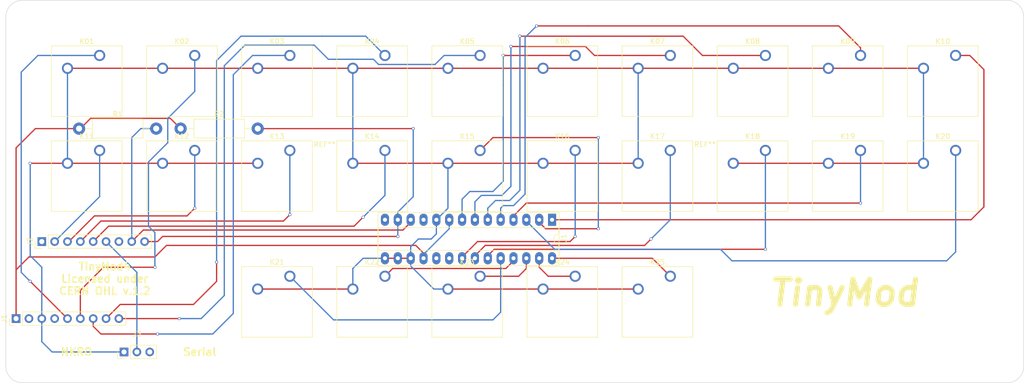
<source format=kicad_pcb>
(kicad_pcb (version 4) (host pcbnew 4.0.7)

  (general
    (links 64)
    (no_connects 0)
    (area 38.559714 59.795 247.952286 138.933)
    (thickness 1.6)
    (drawings 12)
    (tracks 248)
    (zones 0)
    (modules 39)
    (nets 38)
  )

  (page A4)
  (layers
    (0 F.Cu signal)
    (31 B.Cu signal)
    (32 B.Adhes user)
    (33 F.Adhes user)
    (34 B.Paste user)
    (35 F.Paste user)
    (36 B.SilkS user)
    (37 F.SilkS user)
    (38 B.Mask user)
    (39 F.Mask user)
    (40 Dwgs.User user)
    (41 Cmts.User user)
    (42 Eco1.User user)
    (43 Eco2.User user)
    (44 Edge.Cuts user)
    (45 Margin user)
    (46 B.CrtYd user)
    (47 F.CrtYd user)
    (48 B.Fab user)
    (49 F.Fab user)
  )

  (setup
    (last_trace_width 0.25)
    (trace_clearance 0.2)
    (zone_clearance 0.508)
    (zone_45_only no)
    (trace_min 0.2)
    (segment_width 0.2)
    (edge_width 0.1)
    (via_size 0.6)
    (via_drill 0.4)
    (via_min_size 0.4)
    (via_min_drill 0.3)
    (uvia_size 0.3)
    (uvia_drill 0.1)
    (uvias_allowed no)
    (uvia_min_size 0.2)
    (uvia_min_drill 0.1)
    (pcb_text_width 0.3)
    (pcb_text_size 1.5 1.5)
    (mod_edge_width 0.15)
    (mod_text_size 1 1)
    (mod_text_width 0.15)
    (pad_size 1.5 1.5)
    (pad_drill 0.6)
    (pad_to_mask_clearance 0)
    (aux_axis_origin 58.42 107.442)
    (grid_origin 188.722 32.766)
    (visible_elements 7FFFFFFF)
    (pcbplotparams
      (layerselection 0x010e0_80000001)
      (usegerberextensions false)
      (excludeedgelayer true)
      (linewidth 0.100000)
      (plotframeref false)
      (viasonmask false)
      (mode 1)
      (useauxorigin false)
      (hpglpennumber 1)
      (hpglpenspeed 20)
      (hpglpendiameter 15)
      (hpglpenoverlay 2)
      (psnegative false)
      (psa4output false)
      (plotreference true)
      (plotvalue true)
      (plotinvisibletext false)
      (padsonsilk false)
      (subtractmaskfromsilk false)
      (outputformat 1)
      (mirror false)
      (drillshape 0)
      (scaleselection 1)
      (outputdirectory ""))
  )

  (net 0 "")
  (net 1 "Net-(J2-Pad1)")
  (net 2 "Net-(J2-Pad2)")
  (net 3 "Net-(J2-Pad3)")
  (net 4 "Net-(J2-Pad4)")
  (net 5 "Net-(J2-Pad5)")
  (net 6 "Net-(J3-Pad3)")
  (net 7 "Net-(J1-Pad1)")
  (net 8 "Net-(J1-Pad8)")
  (net 9 "Net-(J1-Pad7)")
  (net 10 "Net-(J1-Pad2)")
  (net 11 "Net-(J1-Pad3)")
  (net 12 "Net-(J1-Pad4)")
  (net 13 "Net-(J1-Pad5)")
  (net 14 "Net-(J1-Pad6)")
  (net 15 "Net-(J2-Pad6)")
  (net 16 "Net-(J1-Pad9)")
  (net 17 "Net-(K10-Pad1)")
  (net 18 "Net-(K15-Pad1)")
  (net 19 "Net-(K16-Pad1)")
  (net 20 "Net-(K17-Pad1)")
  (net 21 "Net-(K18-Pad1)")
  (net 22 "Net-(K19-Pad1)")
  (net 23 "Net-(K20-Pad1)")
  (net 24 "Net-(K21-Pad1)")
  (net 25 "Net-(K22-Pad1)")
  (net 26 "Net-(K23-Pad1)")
  (net 27 "Net-(K24-Pad1)")
  (net 28 "Net-(K25-Pad1)")
  (net 29 "Net-(J2-Pad8)")
  (net 30 "Net-(J2-Pad9)")
  (net 31 "Net-(U1-Pad19)")
  (net 32 "Net-(U1-Pad20)")
  (net 33 "Net-(J2-Pad7)")
  (net 34 "Net-(K06-Pad1)")
  (net 35 "Net-(K07-Pad1)")
  (net 36 "Net-(K08-Pad1)")
  (net 37 "Net-(K09-Pad1)")

  (net_class Default "This is the default net class."
    (clearance 0.2)
    (trace_width 0.25)
    (via_dia 0.6)
    (via_drill 0.4)
    (uvia_dia 0.3)
    (uvia_drill 0.1)
    (add_net "Net-(J1-Pad1)")
    (add_net "Net-(J1-Pad2)")
    (add_net "Net-(J1-Pad3)")
    (add_net "Net-(J1-Pad4)")
    (add_net "Net-(J1-Pad5)")
    (add_net "Net-(J1-Pad6)")
    (add_net "Net-(J1-Pad7)")
    (add_net "Net-(J1-Pad8)")
    (add_net "Net-(J1-Pad9)")
    (add_net "Net-(J2-Pad1)")
    (add_net "Net-(J2-Pad2)")
    (add_net "Net-(J2-Pad3)")
    (add_net "Net-(J2-Pad4)")
    (add_net "Net-(J2-Pad5)")
    (add_net "Net-(J2-Pad6)")
    (add_net "Net-(J2-Pad7)")
    (add_net "Net-(J2-Pad8)")
    (add_net "Net-(J2-Pad9)")
    (add_net "Net-(J3-Pad3)")
    (add_net "Net-(K06-Pad1)")
    (add_net "Net-(K07-Pad1)")
    (add_net "Net-(K08-Pad1)")
    (add_net "Net-(K09-Pad1)")
    (add_net "Net-(K10-Pad1)")
    (add_net "Net-(K15-Pad1)")
    (add_net "Net-(K16-Pad1)")
    (add_net "Net-(K17-Pad1)")
    (add_net "Net-(K18-Pad1)")
    (add_net "Net-(K19-Pad1)")
    (add_net "Net-(K20-Pad1)")
    (add_net "Net-(K21-Pad1)")
    (add_net "Net-(K22-Pad1)")
    (add_net "Net-(K23-Pad1)")
    (add_net "Net-(K24-Pad1)")
    (add_net "Net-(K25-Pad1)")
    (add_net "Net-(U1-Pad19)")
    (add_net "Net-(U1-Pad20)")
  )

  (module Mounting_Holes:MountingHole_3mm (layer F.Cu) (tedit 5C763894) (tstamp 5C75F784)
    (at 240.538 133.858)
    (descr "Mounting Hole 3mm, no annular")
    (tags "mounting hole 3mm no annular")
    (attr virtual)
    (fp_text reference REF** (at 0 -4) (layer F.SilkS) hide
      (effects (font (size 1 1) (thickness 0.15)))
    )
    (fp_text value MountingHole_3mm (at 0 4) (layer F.Fab) hide
      (effects (font (size 1 1) (thickness 0.15)))
    )
    (fp_text user %R (at 0.3 0) (layer F.Fab)
      (effects (font (size 1 1) (thickness 0.15)))
    )
    (fp_circle (center 0 0) (end 3 0) (layer Cmts.User) (width 0.15))
    (fp_circle (center 0 0) (end 3.25 0) (layer F.CrtYd) (width 0.05))
    (pad 1 np_thru_hole circle (at 0 0) (size 3 3) (drill 3) (layers *.Cu *.Mask))
  )

  (module Mounting_Holes:MountingHole_3mm (layer F.Cu) (tedit 5C76381C) (tstamp 5C75F76D)
    (at 45.974 133.858)
    (descr "Mounting Hole 3mm, no annular")
    (tags "mounting hole 3mm no annular")
    (attr virtual)
    (fp_text reference REF** (at 0 -4) (layer F.SilkS) hide
      (effects (font (size 1 1) (thickness 0.15)))
    )
    (fp_text value MountingHole_3mm (at 0 4) (layer F.Fab) hide
      (effects (font (size 1 1) (thickness 0.15)))
    )
    (fp_text user %R (at 0.3 0) (layer F.Fab)
      (effects (font (size 1 1) (thickness 0.15)))
    )
    (fp_circle (center 0 0) (end 3 0) (layer Cmts.User) (width 0.15))
    (fp_circle (center 0 0) (end 3.25 0) (layer F.CrtYd) (width 0.05))
    (pad 1 np_thru_hole circle (at 0 0) (size 3 3) (drill 3) (layers *.Cu *.Mask))
  )

  (module Mounting_Holes:MountingHole_3mm (layer F.Cu) (tedit 5C763882) (tstamp 5C75F693)
    (at 240.538 64.77)
    (descr "Mounting Hole 3mm, no annular")
    (tags "mounting hole 3mm no annular")
    (attr virtual)
    (fp_text reference REF** (at 0 -4) (layer F.SilkS) hide
      (effects (font (size 1 1) (thickness 0.15)))
    )
    (fp_text value MountingHole_3mm (at 0 4) (layer F.Fab) hide
      (effects (font (size 1 1) (thickness 0.15)))
    )
    (fp_text user %R (at 0.3 0) (layer F.Fab)
      (effects (font (size 1 1) (thickness 0.15)))
    )
    (fp_circle (center 0 0) (end 3 0) (layer Cmts.User) (width 0.15))
    (fp_circle (center 0 0) (end 3.25 0) (layer F.CrtYd) (width 0.05))
    (pad 1 np_thru_hole circle (at 0 0) (size 3 3) (drill 3) (layers *.Cu *.Mask))
  )

  (module Mounting_Holes:MountingHole_3mm (layer F.Cu) (tedit 5C76385E) (tstamp 5C75F5E8)
    (at 143.256 64.77)
    (descr "Mounting Hole 3mm, no annular")
    (tags "mounting hole 3mm no annular")
    (attr virtual)
    (fp_text reference REF** (at 0 -4) (layer F.SilkS) hide
      (effects (font (size 1 1) (thickness 0.15)))
    )
    (fp_text value MountingHole_3mm (at 0 4) (layer F.Fab) hide
      (effects (font (size 1 1) (thickness 0.15)))
    )
    (fp_text user %R (at 0.3 0) (layer F.Fab)
      (effects (font (size 1 1) (thickness 0.15)))
    )
    (fp_circle (center 0 0) (end 3 0) (layer Cmts.User) (width 0.15))
    (fp_circle (center 0 0) (end 3.25 0) (layer F.CrtYd) (width 0.05))
    (pad 1 np_thru_hole circle (at 0 0) (size 3 3) (drill 3) (layers *.Cu *.Mask))
  )

  (module Mounting_Holes:MountingHole_3mm (layer F.Cu) (tedit 5C76380A) (tstamp 5C75F59B)
    (at 143.256 133.858)
    (descr "Mounting Hole 3mm, no annular")
    (tags "mounting hole 3mm no annular")
    (attr virtual)
    (fp_text reference REF** (at 0 -4) (layer F.SilkS) hide
      (effects (font (size 1 1) (thickness 0.15)))
    )
    (fp_text value MountingHole_3mm (at 0 4) (layer F.Fab) hide
      (effects (font (size 1 1) (thickness 0.15)))
    )
    (fp_text user %R (at 0.3 0) (layer F.Fab)
      (effects (font (size 1 1) (thickness 0.15)))
    )
    (fp_circle (center 0 0) (end 3 0) (layer Cmts.User) (width 0.15))
    (fp_circle (center 0 0) (end 3.25 0) (layer F.CrtYd) (width 0.05))
    (pad 1 np_thru_hole circle (at 0 0) (size 3 3) (drill 3) (layers *.Cu *.Mask))
  )

  (module Mounting_Holes:MountingHole_3mm (layer F.Cu) (tedit 5C763848) (tstamp 5C75F415)
    (at 45.974 64.77)
    (descr "Mounting Hole 3mm, no annular")
    (tags "mounting hole 3mm no annular")
    (attr virtual)
    (fp_text reference REF** (at 0 -4) (layer F.SilkS) hide
      (effects (font (size 1 1) (thickness 0.15)))
    )
    (fp_text value MountingHole_3mm (at 0 4) (layer F.Fab) hide
      (effects (font (size 1 1) (thickness 0.15)))
    )
    (fp_text user %R (at 0.3 0) (layer F.Fab)
      (effects (font (size 1 1) (thickness 0.15)))
    )
    (fp_circle (center 0 0) (end 3 0) (layer Cmts.User) (width 0.15))
    (fp_circle (center 0 0) (end 3.25 0) (layer F.CrtYd) (width 0.05))
    (pad 1 np_thru_hole circle (at 0 0) (size 3 3) (drill 3) (layers *.Cu *.Mask))
  )

  (module Mounting_Holes:MountingHole_3mm (layer F.Cu) (tedit 56D1B4CB) (tstamp 5C761185)
    (at 180.848 93.98)
    (descr "Mounting Hole 3mm, no annular")
    (tags "mounting hole 3mm no annular")
    (attr virtual)
    (fp_text reference REF** (at 0 -4) (layer F.SilkS)
      (effects (font (size 1 1) (thickness 0.15)))
    )
    (fp_text value MountingHole_3mm (at 0 4) (layer F.Fab)
      (effects (font (size 1 1) (thickness 0.15)))
    )
    (fp_text user %R (at 0.3 0) (layer F.Fab)
      (effects (font (size 1 1) (thickness 0.15)))
    )
    (fp_circle (center 0 0) (end 3 0) (layer Cmts.User) (width 0.15))
    (fp_circle (center 0 0) (end 3.25 0) (layer F.CrtYd) (width 0.05))
    (pad 1 np_thru_hole circle (at 0 0) (size 3 3) (drill 3) (layers *.Cu *.Mask))
  )

  (module Mounting_Holes:MountingHole_3mm (layer F.Cu) (tedit 56D1B4CB) (tstamp 5C75E6B1)
    (at 105.664 93.98)
    (descr "Mounting Hole 3mm, no annular")
    (tags "mounting hole 3mm no annular")
    (attr virtual)
    (fp_text reference REF** (at 0 -4) (layer F.SilkS)
      (effects (font (size 1 1) (thickness 0.15)))
    )
    (fp_text value MountingHole_3mm (at 0 4) (layer F.Fab)
      (effects (font (size 1 1) (thickness 0.15)))
    )
    (fp_text user %R (at 0.3 0) (layer F.Fab)
      (effects (font (size 1 1) (thickness 0.15)))
    )
    (fp_circle (center 0 0) (end 3 0) (layer Cmts.User) (width 0.15))
    (fp_circle (center 0 0) (end 3.25 0) (layer F.CrtYd) (width 0.05))
    (pad 1 np_thru_hole circle (at 0 0) (size 3 3) (drill 3) (layers *.Cu *.Mask))
  )

  (module Pin_Headers:Pin_Header_Straight_1x03_Pitch2.54mm (layer F.Cu) (tedit 5C7637C3) (tstamp 5C7634BB)
    (at 66.04 131.064 90)
    (descr "Through hole straight pin header, 1x03, 2.54mm pitch, single row")
    (tags "Through hole pin header THT 1x03 2.54mm single row")
    (path /5C787AE0)
    (fp_text reference J3 (at 3.556 2.54 180) (layer F.SilkS)
      (effects (font (size 1 1) (thickness 0.15)))
    )
    (fp_text value "Slider Switch" (at -3.048 2.54 180) (layer F.Fab) hide
      (effects (font (size 1 1) (thickness 0.15)))
    )
    (fp_line (start -0.635 -1.27) (end 1.27 -1.27) (layer F.Fab) (width 0.1))
    (fp_line (start 1.27 -1.27) (end 1.27 6.35) (layer F.Fab) (width 0.1))
    (fp_line (start 1.27 6.35) (end -1.27 6.35) (layer F.Fab) (width 0.1))
    (fp_line (start -1.27 6.35) (end -1.27 -0.635) (layer F.Fab) (width 0.1))
    (fp_line (start -1.27 -0.635) (end -0.635 -1.27) (layer F.Fab) (width 0.1))
    (fp_line (start -1.33 6.41) (end 1.33 6.41) (layer F.SilkS) (width 0.12))
    (fp_line (start -1.33 1.27) (end -1.33 6.41) (layer F.SilkS) (width 0.12))
    (fp_line (start 1.33 1.27) (end 1.33 6.41) (layer F.SilkS) (width 0.12))
    (fp_line (start -1.33 1.27) (end 1.33 1.27) (layer F.SilkS) (width 0.12))
    (fp_line (start -1.33 0) (end -1.33 -1.33) (layer F.SilkS) (width 0.12))
    (fp_line (start -1.33 -1.33) (end 0 -1.33) (layer F.SilkS) (width 0.12))
    (fp_line (start -1.8 -1.8) (end -1.8 6.85) (layer F.CrtYd) (width 0.05))
    (fp_line (start -1.8 6.85) (end 1.8 6.85) (layer F.CrtYd) (width 0.05))
    (fp_line (start 1.8 6.85) (end 1.8 -1.8) (layer F.CrtYd) (width 0.05))
    (fp_line (start 1.8 -1.8) (end -1.8 -1.8) (layer F.CrtYd) (width 0.05))
    (fp_text user %R (at 0 2.54 180) (layer F.Fab)
      (effects (font (size 1 1) (thickness 0.15)))
    )
    (pad 1 thru_hole rect (at 0 0 90) (size 1.7 1.7) (drill 1) (layers *.Cu *.Mask)
      (net 11 "Net-(J1-Pad3)"))
    (pad 2 thru_hole oval (at 0 2.54 90) (size 1.7 1.7) (drill 1) (layers *.Cu *.Mask)
      (net 15 "Net-(J2-Pad6)"))
    (pad 3 thru_hole oval (at 0 5.08 90) (size 1.7 1.7) (drill 1) (layers *.Cu *.Mask)
      (net 6 "Net-(J3-Pad3)"))
    (model ${KISYS3DMOD}/Pin_Headers.3dshapes/Pin_Header_Straight_1x03_Pitch2.54mm.wrl
      (at (xyz 0 0 0))
      (scale (xyz 1 1 1))
      (rotate (xyz 0 0 0))
    )
  )

  (module Housings_DIP:DIP-28_W7.62mm_Socket_LongPads (layer F.Cu) (tedit 59C78D6B) (tstamp 5D2FFF86)
    (at 150.622 104.902 270)
    (descr "28-lead though-hole mounted DIP package, row spacing 7.62 mm (300 mils), Socket, LongPads")
    (tags "THT DIP DIL PDIP 2.54mm 7.62mm 300mil Socket LongPads")
    (path /5D2F811C)
    (fp_text reference U1 (at 3.81 -2.33 270) (layer F.SilkS)
      (effects (font (size 1 1) (thickness 0.15)))
    )
    (fp_text value MCP23017 (at 3.81 35.35 270) (layer F.Fab)
      (effects (font (size 1 1) (thickness 0.15)))
    )
    (fp_arc (start 3.81 -1.33) (end 2.81 -1.33) (angle -180) (layer F.SilkS) (width 0.12))
    (fp_line (start 1.635 -1.27) (end 6.985 -1.27) (layer F.Fab) (width 0.1))
    (fp_line (start 6.985 -1.27) (end 6.985 34.29) (layer F.Fab) (width 0.1))
    (fp_line (start 6.985 34.29) (end 0.635 34.29) (layer F.Fab) (width 0.1))
    (fp_line (start 0.635 34.29) (end 0.635 -0.27) (layer F.Fab) (width 0.1))
    (fp_line (start 0.635 -0.27) (end 1.635 -1.27) (layer F.Fab) (width 0.1))
    (fp_line (start -1.27 -1.33) (end -1.27 34.35) (layer F.Fab) (width 0.1))
    (fp_line (start -1.27 34.35) (end 8.89 34.35) (layer F.Fab) (width 0.1))
    (fp_line (start 8.89 34.35) (end 8.89 -1.33) (layer F.Fab) (width 0.1))
    (fp_line (start 8.89 -1.33) (end -1.27 -1.33) (layer F.Fab) (width 0.1))
    (fp_line (start 2.81 -1.33) (end 1.56 -1.33) (layer F.SilkS) (width 0.12))
    (fp_line (start 1.56 -1.33) (end 1.56 34.35) (layer F.SilkS) (width 0.12))
    (fp_line (start 1.56 34.35) (end 6.06 34.35) (layer F.SilkS) (width 0.12))
    (fp_line (start 6.06 34.35) (end 6.06 -1.33) (layer F.SilkS) (width 0.12))
    (fp_line (start 6.06 -1.33) (end 4.81 -1.33) (layer F.SilkS) (width 0.12))
    (fp_line (start -1.44 -1.39) (end -1.44 34.41) (layer F.SilkS) (width 0.12))
    (fp_line (start -1.44 34.41) (end 9.06 34.41) (layer F.SilkS) (width 0.12))
    (fp_line (start 9.06 34.41) (end 9.06 -1.39) (layer F.SilkS) (width 0.12))
    (fp_line (start 9.06 -1.39) (end -1.44 -1.39) (layer F.SilkS) (width 0.12))
    (fp_line (start -1.55 -1.6) (end -1.55 34.65) (layer F.CrtYd) (width 0.05))
    (fp_line (start -1.55 34.65) (end 9.15 34.65) (layer F.CrtYd) (width 0.05))
    (fp_line (start 9.15 34.65) (end 9.15 -1.6) (layer F.CrtYd) (width 0.05))
    (fp_line (start 9.15 -1.6) (end -1.55 -1.6) (layer F.CrtYd) (width 0.05))
    (fp_text user %R (at 3.81 16.51 270) (layer F.Fab)
      (effects (font (size 1 1) (thickness 0.15)))
    )
    (pad 1 thru_hole rect (at 0 0 270) (size 2.4 1.6) (drill 0.8) (layers *.Cu *.Mask)
      (net 17 "Net-(K10-Pad1)"))
    (pad 15 thru_hole oval (at 7.62 33.02 270) (size 2.4 1.6) (drill 0.8) (layers *.Cu *.Mask)
      (net 11 "Net-(J1-Pad3)"))
    (pad 2 thru_hole oval (at 0 2.54 270) (size 2.4 1.6) (drill 0.8) (layers *.Cu *.Mask)
      (net 18 "Net-(K15-Pad1)"))
    (pad 16 thru_hole oval (at 7.62 30.48 270) (size 2.4 1.6) (drill 0.8) (layers *.Cu *.Mask)
      (net 11 "Net-(J1-Pad3)"))
    (pad 3 thru_hole oval (at 0 5.08 270) (size 2.4 1.6) (drill 0.8) (layers *.Cu *.Mask)
      (net 23 "Net-(K20-Pad1)"))
    (pad 17 thru_hole oval (at 7.62 27.94 270) (size 2.4 1.6) (drill 0.8) (layers *.Cu *.Mask)
      (net 11 "Net-(J1-Pad3)"))
    (pad 4 thru_hole oval (at 0 7.62 270) (size 2.4 1.6) (drill 0.8) (layers *.Cu *.Mask)
      (net 22 "Net-(K19-Pad1)"))
    (pad 18 thru_hole oval (at 7.62 25.4 270) (size 2.4 1.6) (drill 0.8) (layers *.Cu *.Mask)
      (net 7 "Net-(J1-Pad1)"))
    (pad 5 thru_hole oval (at 0 10.16 270) (size 2.4 1.6) (drill 0.8) (layers *.Cu *.Mask)
      (net 37 "Net-(K09-Pad1)"))
    (pad 19 thru_hole oval (at 7.62 22.86 270) (size 2.4 1.6) (drill 0.8) (layers *.Cu *.Mask)
      (net 31 "Net-(U1-Pad19)"))
    (pad 6 thru_hole oval (at 0 12.7 270) (size 2.4 1.6) (drill 0.8) (layers *.Cu *.Mask)
      (net 36 "Net-(K08-Pad1)"))
    (pad 20 thru_hole oval (at 7.62 20.32 270) (size 2.4 1.6) (drill 0.8) (layers *.Cu *.Mask)
      (net 32 "Net-(U1-Pad20)"))
    (pad 7 thru_hole oval (at 0 15.24 270) (size 2.4 1.6) (drill 0.8) (layers *.Cu *.Mask)
      (net 35 "Net-(K07-Pad1)"))
    (pad 21 thru_hole oval (at 7.62 17.78 270) (size 2.4 1.6) (drill 0.8) (layers *.Cu *.Mask)
      (net 19 "Net-(K16-Pad1)"))
    (pad 8 thru_hole oval (at 0 17.78 270) (size 2.4 1.6) (drill 0.8) (layers *.Cu *.Mask)
      (net 34 "Net-(K06-Pad1)"))
    (pad 22 thru_hole oval (at 7.62 15.24 270) (size 2.4 1.6) (drill 0.8) (layers *.Cu *.Mask)
      (net 20 "Net-(K17-Pad1)"))
    (pad 9 thru_hole oval (at 0 20.32 270) (size 2.4 1.6) (drill 0.8) (layers *.Cu *.Mask)
      (net 7 "Net-(J1-Pad1)"))
    (pad 23 thru_hole oval (at 7.62 12.7 270) (size 2.4 1.6) (drill 0.8) (layers *.Cu *.Mask)
      (net 21 "Net-(K18-Pad1)"))
    (pad 10 thru_hole oval (at 0 22.86 270) (size 2.4 1.6) (drill 0.8) (layers *.Cu *.Mask)
      (net 11 "Net-(J1-Pad3)"))
    (pad 24 thru_hole oval (at 7.62 10.16 270) (size 2.4 1.6) (drill 0.8) (layers *.Cu *.Mask)
      (net 24 "Net-(K21-Pad1)"))
    (pad 11 thru_hole oval (at 0 25.4 270) (size 2.4 1.6) (drill 0.8) (layers *.Cu *.Mask))
    (pad 25 thru_hole oval (at 7.62 7.62 270) (size 2.4 1.6) (drill 0.8) (layers *.Cu *.Mask)
      (net 25 "Net-(K22-Pad1)"))
    (pad 12 thru_hole oval (at 0 27.94 270) (size 2.4 1.6) (drill 0.8) (layers *.Cu *.Mask)
      (net 29 "Net-(J2-Pad8)"))
    (pad 26 thru_hole oval (at 7.62 5.08 270) (size 2.4 1.6) (drill 0.8) (layers *.Cu *.Mask)
      (net 26 "Net-(K23-Pad1)"))
    (pad 13 thru_hole oval (at 0 30.48 270) (size 2.4 1.6) (drill 0.8) (layers *.Cu *.Mask)
      (net 30 "Net-(J2-Pad9)"))
    (pad 27 thru_hole oval (at 7.62 2.54 270) (size 2.4 1.6) (drill 0.8) (layers *.Cu *.Mask)
      (net 27 "Net-(K24-Pad1)"))
    (pad 14 thru_hole oval (at 0 33.02 270) (size 2.4 1.6) (drill 0.8) (layers *.Cu *.Mask))
    (pad 28 thru_hole oval (at 7.62 0 270) (size 2.4 1.6) (drill 0.8) (layers *.Cu *.Mask)
      (net 28 "Net-(K25-Pad1)"))
    (model ${KISYS3DMOD}/Housings_DIP.3dshapes/DIP-28_W7.62mm_Socket.wrl
      (at (xyz 0 0 0))
      (scale (xyz 1 1 1))
      (rotate (xyz 0 0 0))
    )
  )

  (module Pin_Headers:Pin_Header_Straight_1x09_Pitch2.54mm (layer F.Cu) (tedit 59650532) (tstamp 5D300388)
    (at 44.704 124.46 90)
    (descr "Through hole straight pin header, 1x09, 2.54mm pitch, single row")
    (tags "Through hole pin header THT 1x09 2.54mm single row")
    (path /5D303C31)
    (fp_text reference J1 (at 0 -2.33 90) (layer F.SilkS)
      (effects (font (size 1 1) (thickness 0.15)))
    )
    (fp_text value Conn_01x09 (at 0 22.65 90) (layer F.Fab)
      (effects (font (size 1 1) (thickness 0.15)))
    )
    (fp_line (start -0.635 -1.27) (end 1.27 -1.27) (layer F.Fab) (width 0.1))
    (fp_line (start 1.27 -1.27) (end 1.27 21.59) (layer F.Fab) (width 0.1))
    (fp_line (start 1.27 21.59) (end -1.27 21.59) (layer F.Fab) (width 0.1))
    (fp_line (start -1.27 21.59) (end -1.27 -0.635) (layer F.Fab) (width 0.1))
    (fp_line (start -1.27 -0.635) (end -0.635 -1.27) (layer F.Fab) (width 0.1))
    (fp_line (start -1.33 21.65) (end 1.33 21.65) (layer F.SilkS) (width 0.12))
    (fp_line (start -1.33 1.27) (end -1.33 21.65) (layer F.SilkS) (width 0.12))
    (fp_line (start 1.33 1.27) (end 1.33 21.65) (layer F.SilkS) (width 0.12))
    (fp_line (start -1.33 1.27) (end 1.33 1.27) (layer F.SilkS) (width 0.12))
    (fp_line (start -1.33 0) (end -1.33 -1.33) (layer F.SilkS) (width 0.12))
    (fp_line (start -1.33 -1.33) (end 0 -1.33) (layer F.SilkS) (width 0.12))
    (fp_line (start -1.8 -1.8) (end -1.8 22.1) (layer F.CrtYd) (width 0.05))
    (fp_line (start -1.8 22.1) (end 1.8 22.1) (layer F.CrtYd) (width 0.05))
    (fp_line (start 1.8 22.1) (end 1.8 -1.8) (layer F.CrtYd) (width 0.05))
    (fp_line (start 1.8 -1.8) (end -1.8 -1.8) (layer F.CrtYd) (width 0.05))
    (fp_text user %R (at 0 10.16 180) (layer F.Fab)
      (effects (font (size 1 1) (thickness 0.15)))
    )
    (pad 1 thru_hole rect (at 0 0 90) (size 1.7 1.7) (drill 1) (layers *.Cu *.Mask)
      (net 7 "Net-(J1-Pad1)"))
    (pad 2 thru_hole oval (at 0 2.54 90) (size 1.7 1.7) (drill 1) (layers *.Cu *.Mask)
      (net 10 "Net-(J1-Pad2)"))
    (pad 3 thru_hole oval (at 0 5.08 90) (size 1.7 1.7) (drill 1) (layers *.Cu *.Mask)
      (net 11 "Net-(J1-Pad3)"))
    (pad 4 thru_hole oval (at 0 7.62 90) (size 1.7 1.7) (drill 1) (layers *.Cu *.Mask)
      (net 12 "Net-(J1-Pad4)"))
    (pad 5 thru_hole oval (at 0 10.16 90) (size 1.7 1.7) (drill 1) (layers *.Cu *.Mask)
      (net 13 "Net-(J1-Pad5)"))
    (pad 6 thru_hole oval (at 0 12.7 90) (size 1.7 1.7) (drill 1) (layers *.Cu *.Mask)
      (net 14 "Net-(J1-Pad6)"))
    (pad 7 thru_hole oval (at 0 15.24 90) (size 1.7 1.7) (drill 1) (layers *.Cu *.Mask)
      (net 9 "Net-(J1-Pad7)"))
    (pad 8 thru_hole oval (at 0 17.78 90) (size 1.7 1.7) (drill 1) (layers *.Cu *.Mask)
      (net 8 "Net-(J1-Pad8)"))
    (pad 9 thru_hole oval (at 0 20.32 90) (size 1.7 1.7) (drill 1) (layers *.Cu *.Mask)
      (net 16 "Net-(J1-Pad9)"))
    (model ${KISYS3DMOD}/Pin_Headers.3dshapes/Pin_Header_Straight_1x09_Pitch2.54mm.wrl
      (at (xyz 0 0 0))
      (scale (xyz 1 1 1))
      (rotate (xyz 0 0 0))
    )
  )

  (module Pin_Headers:Pin_Header_Straight_1x09_Pitch2.54mm (layer F.Cu) (tedit 59650532) (tstamp 5D300395)
    (at 49.784 109.22 90)
    (descr "Through hole straight pin header, 1x09, 2.54mm pitch, single row")
    (tags "Through hole pin header THT 1x09 2.54mm single row")
    (path /5D303DC6)
    (fp_text reference J2 (at 0 -2.33 90) (layer F.SilkS)
      (effects (font (size 1 1) (thickness 0.15)))
    )
    (fp_text value Conn_01x09 (at 0 22.65 90) (layer F.Fab)
      (effects (font (size 1 1) (thickness 0.15)))
    )
    (fp_line (start -0.635 -1.27) (end 1.27 -1.27) (layer F.Fab) (width 0.1))
    (fp_line (start 1.27 -1.27) (end 1.27 21.59) (layer F.Fab) (width 0.1))
    (fp_line (start 1.27 21.59) (end -1.27 21.59) (layer F.Fab) (width 0.1))
    (fp_line (start -1.27 21.59) (end -1.27 -0.635) (layer F.Fab) (width 0.1))
    (fp_line (start -1.27 -0.635) (end -0.635 -1.27) (layer F.Fab) (width 0.1))
    (fp_line (start -1.33 21.65) (end 1.33 21.65) (layer F.SilkS) (width 0.12))
    (fp_line (start -1.33 1.27) (end -1.33 21.65) (layer F.SilkS) (width 0.12))
    (fp_line (start 1.33 1.27) (end 1.33 21.65) (layer F.SilkS) (width 0.12))
    (fp_line (start -1.33 1.27) (end 1.33 1.27) (layer F.SilkS) (width 0.12))
    (fp_line (start -1.33 0) (end -1.33 -1.33) (layer F.SilkS) (width 0.12))
    (fp_line (start -1.33 -1.33) (end 0 -1.33) (layer F.SilkS) (width 0.12))
    (fp_line (start -1.8 -1.8) (end -1.8 22.1) (layer F.CrtYd) (width 0.05))
    (fp_line (start -1.8 22.1) (end 1.8 22.1) (layer F.CrtYd) (width 0.05))
    (fp_line (start 1.8 22.1) (end 1.8 -1.8) (layer F.CrtYd) (width 0.05))
    (fp_line (start 1.8 -1.8) (end -1.8 -1.8) (layer F.CrtYd) (width 0.05))
    (fp_text user %R (at 0 10.16 180) (layer F.Fab)
      (effects (font (size 1 1) (thickness 0.15)))
    )
    (pad 1 thru_hole rect (at 0 0 90) (size 1.7 1.7) (drill 1) (layers *.Cu *.Mask)
      (net 1 "Net-(J2-Pad1)"))
    (pad 2 thru_hole oval (at 0 2.54 90) (size 1.7 1.7) (drill 1) (layers *.Cu *.Mask)
      (net 2 "Net-(J2-Pad2)"))
    (pad 3 thru_hole oval (at 0 5.08 90) (size 1.7 1.7) (drill 1) (layers *.Cu *.Mask)
      (net 3 "Net-(J2-Pad3)"))
    (pad 4 thru_hole oval (at 0 7.62 90) (size 1.7 1.7) (drill 1) (layers *.Cu *.Mask)
      (net 4 "Net-(J2-Pad4)"))
    (pad 5 thru_hole oval (at 0 10.16 90) (size 1.7 1.7) (drill 1) (layers *.Cu *.Mask)
      (net 5 "Net-(J2-Pad5)"))
    (pad 6 thru_hole oval (at 0 12.7 90) (size 1.7 1.7) (drill 1) (layers *.Cu *.Mask)
      (net 15 "Net-(J2-Pad6)"))
    (pad 7 thru_hole oval (at 0 15.24 90) (size 1.7 1.7) (drill 1) (layers *.Cu *.Mask)
      (net 33 "Net-(J2-Pad7)"))
    (pad 8 thru_hole oval (at 0 17.78 90) (size 1.7 1.7) (drill 1) (layers *.Cu *.Mask)
      (net 29 "Net-(J2-Pad8)"))
    (pad 9 thru_hole oval (at 0 20.32 90) (size 1.7 1.7) (drill 1) (layers *.Cu *.Mask)
      (net 30 "Net-(J2-Pad9)"))
    (model ${KISYS3DMOD}/Pin_Headers.3dshapes/Pin_Header_Straight_1x09_Pitch2.54mm.wrl
      (at (xyz 0 0 0))
      (scale (xyz 1 1 1))
      (rotate (xyz 0 0 0))
    )
  )

  (module Resistors_ThroughHole:R_Axial_DIN0411_L9.9mm_D3.6mm_P15.24mm_Horizontal (layer F.Cu) (tedit 5874F706) (tstamp 5D310277)
    (at 57.15 86.868)
    (descr "Resistor, Axial_DIN0411 series, Axial, Horizontal, pin pitch=15.24mm, 1W = 1/1W, length*diameter=9.9*3.6mm^2")
    (tags "Resistor Axial_DIN0411 series Axial Horizontal pin pitch 15.24mm 1W = 1/1W length 9.9mm diameter 3.6mm")
    (path /5D308C2E)
    (fp_text reference R1 (at 7.62 -2.86) (layer F.SilkS)
      (effects (font (size 1 1) (thickness 0.15)))
    )
    (fp_text value R (at 7.62 2.86) (layer F.Fab)
      (effects (font (size 1 1) (thickness 0.15)))
    )
    (fp_line (start 2.67 -1.8) (end 2.67 1.8) (layer F.Fab) (width 0.1))
    (fp_line (start 2.67 1.8) (end 12.57 1.8) (layer F.Fab) (width 0.1))
    (fp_line (start 12.57 1.8) (end 12.57 -1.8) (layer F.Fab) (width 0.1))
    (fp_line (start 12.57 -1.8) (end 2.67 -1.8) (layer F.Fab) (width 0.1))
    (fp_line (start 0 0) (end 2.67 0) (layer F.Fab) (width 0.1))
    (fp_line (start 15.24 0) (end 12.57 0) (layer F.Fab) (width 0.1))
    (fp_line (start 2.61 -1.86) (end 2.61 1.86) (layer F.SilkS) (width 0.12))
    (fp_line (start 2.61 1.86) (end 12.63 1.86) (layer F.SilkS) (width 0.12))
    (fp_line (start 12.63 1.86) (end 12.63 -1.86) (layer F.SilkS) (width 0.12))
    (fp_line (start 12.63 -1.86) (end 2.61 -1.86) (layer F.SilkS) (width 0.12))
    (fp_line (start 1.38 0) (end 2.61 0) (layer F.SilkS) (width 0.12))
    (fp_line (start 13.86 0) (end 12.63 0) (layer F.SilkS) (width 0.12))
    (fp_line (start -1.45 -2.15) (end -1.45 2.15) (layer F.CrtYd) (width 0.05))
    (fp_line (start -1.45 2.15) (end 16.7 2.15) (layer F.CrtYd) (width 0.05))
    (fp_line (start 16.7 2.15) (end 16.7 -2.15) (layer F.CrtYd) (width 0.05))
    (fp_line (start 16.7 -2.15) (end -1.45 -2.15) (layer F.CrtYd) (width 0.05))
    (pad 1 thru_hole circle (at 0 0) (size 2.4 2.4) (drill 1.2) (layers *.Cu *.Mask)
      (net 7 "Net-(J1-Pad1)"))
    (pad 2 thru_hole oval (at 15.24 0) (size 2.4 2.4) (drill 1.2) (layers *.Cu *.Mask)
      (net 29 "Net-(J2-Pad8)"))
    (model ${KISYS3DMOD}/Resistors_THT.3dshapes/R_Axial_DIN0411_L9.9mm_D3.6mm_P15.24mm_Horizontal.wrl
      (at (xyz 0 0 0))
      (scale (xyz 0.393701 0.393701 0.393701))
      (rotate (xyz 0 0 0))
    )
  )

  (module Resistors_ThroughHole:R_Axial_DIN0411_L9.9mm_D3.6mm_P15.24mm_Horizontal (layer F.Cu) (tedit 5874F706) (tstamp 5D31028D)
    (at 77.216 86.868)
    (descr "Resistor, Axial_DIN0411 series, Axial, Horizontal, pin pitch=15.24mm, 1W = 1/1W, length*diameter=9.9*3.6mm^2")
    (tags "Resistor Axial_DIN0411 series Axial Horizontal pin pitch 15.24mm 1W = 1/1W length 9.9mm diameter 3.6mm")
    (path /5D308F97)
    (fp_text reference R2 (at 7.62 -2.86) (layer F.SilkS)
      (effects (font (size 1 1) (thickness 0.15)))
    )
    (fp_text value R (at 7.62 2.86) (layer F.Fab)
      (effects (font (size 1 1) (thickness 0.15)))
    )
    (fp_line (start 2.67 -1.8) (end 2.67 1.8) (layer F.Fab) (width 0.1))
    (fp_line (start 2.67 1.8) (end 12.57 1.8) (layer F.Fab) (width 0.1))
    (fp_line (start 12.57 1.8) (end 12.57 -1.8) (layer F.Fab) (width 0.1))
    (fp_line (start 12.57 -1.8) (end 2.67 -1.8) (layer F.Fab) (width 0.1))
    (fp_line (start 0 0) (end 2.67 0) (layer F.Fab) (width 0.1))
    (fp_line (start 15.24 0) (end 12.57 0) (layer F.Fab) (width 0.1))
    (fp_line (start 2.61 -1.86) (end 2.61 1.86) (layer F.SilkS) (width 0.12))
    (fp_line (start 2.61 1.86) (end 12.63 1.86) (layer F.SilkS) (width 0.12))
    (fp_line (start 12.63 1.86) (end 12.63 -1.86) (layer F.SilkS) (width 0.12))
    (fp_line (start 12.63 -1.86) (end 2.61 -1.86) (layer F.SilkS) (width 0.12))
    (fp_line (start 1.38 0) (end 2.61 0) (layer F.SilkS) (width 0.12))
    (fp_line (start 13.86 0) (end 12.63 0) (layer F.SilkS) (width 0.12))
    (fp_line (start -1.45 -2.15) (end -1.45 2.15) (layer F.CrtYd) (width 0.05))
    (fp_line (start -1.45 2.15) (end 16.7 2.15) (layer F.CrtYd) (width 0.05))
    (fp_line (start 16.7 2.15) (end 16.7 -2.15) (layer F.CrtYd) (width 0.05))
    (fp_line (start 16.7 -2.15) (end -1.45 -2.15) (layer F.CrtYd) (width 0.05))
    (pad 1 thru_hole circle (at 0 0) (size 2.4 2.4) (drill 1.2) (layers *.Cu *.Mask)
      (net 7 "Net-(J1-Pad1)"))
    (pad 2 thru_hole oval (at 15.24 0) (size 2.4 2.4) (drill 1.2) (layers *.Cu *.Mask)
      (net 30 "Net-(J2-Pad9)"))
    (model ${KISYS3DMOD}/Resistors_THT.3dshapes/R_Axial_DIN0411_L9.9mm_D3.6mm_P15.24mm_Horizontal.wrl
      (at (xyz 0 0 0))
      (scale (xyz 0.393701 0.393701 0.393701))
      (rotate (xyz 0 0 0))
    )
  )

  (module Buttons_Switches_Keyboard:SW_Cherry_MX1A_1.00u_PCB (layer F.Cu) (tedit 59ECAF15) (tstamp 5D659B38)
    (at 80.01 72.39)
    (descr "Cherry MX keyswitch, MX1A, 1u, PCB mount, http://cherryamericas.com/wp-content/uploads/2014/12/mx_cat.pdf")
    (tags "cherry mx keyswitch MX1A 1u PCB")
    (path /5C75CDF6)
    (fp_text reference K02 (at -2.54 -2.794) (layer F.SilkS)
      (effects (font (size 1 1) (thickness 0.15)))
    )
    (fp_text value KEYSW (at -2.54 12.954) (layer F.Fab)
      (effects (font (size 1 1) (thickness 0.15)))
    )
    (fp_text user %R (at -2.54 -2.794) (layer F.Fab)
      (effects (font (size 1 1) (thickness 0.15)))
    )
    (fp_line (start -8.89 -1.27) (end 3.81 -1.27) (layer F.Fab) (width 0.15))
    (fp_line (start 3.81 -1.27) (end 3.81 11.43) (layer F.Fab) (width 0.15))
    (fp_line (start 3.81 11.43) (end -8.89 11.43) (layer F.Fab) (width 0.15))
    (fp_line (start -8.89 11.43) (end -8.89 -1.27) (layer F.Fab) (width 0.15))
    (fp_line (start -9.78 12.32) (end -9.78 -2.16) (layer F.CrtYd) (width 0.05))
    (fp_line (start 4.7 12.32) (end -9.78 12.32) (layer F.CrtYd) (width 0.05))
    (fp_line (start 4.7 -2.16) (end 4.7 12.32) (layer F.CrtYd) (width 0.05))
    (fp_line (start -9.78 -2.16) (end 4.7 -2.16) (layer F.CrtYd) (width 0.05))
    (fp_line (start -12.065 -4.445) (end 6.985 -4.445) (layer Dwgs.User) (width 0.15))
    (fp_line (start 6.985 -4.445) (end 6.985 14.605) (layer Dwgs.User) (width 0.15))
    (fp_line (start 6.985 14.605) (end -12.065 14.605) (layer Dwgs.User) (width 0.15))
    (fp_line (start -12.065 14.605) (end -12.065 -4.445) (layer Dwgs.User) (width 0.15))
    (fp_line (start -9.525 -1.905) (end 4.445 -1.905) (layer F.SilkS) (width 0.12))
    (fp_line (start 4.445 -1.905) (end 4.445 12.065) (layer F.SilkS) (width 0.12))
    (fp_line (start 4.445 12.065) (end -9.525 12.065) (layer F.SilkS) (width 0.12))
    (fp_line (start -9.525 12.065) (end -9.525 -1.905) (layer F.SilkS) (width 0.12))
    (pad 1 thru_hole circle (at 0 0) (size 2.2 2.2) (drill 1.5) (layers *.Cu *.Mask)
      (net 14 "Net-(J1-Pad6)"))
    (pad 2 thru_hole circle (at -6.35 2.54) (size 2.2 2.2) (drill 1.5) (layers *.Cu *.Mask)
      (net 11 "Net-(J1-Pad3)"))
    (pad "" np_thru_hole circle (at -2.54 5.08) (size 4 4) (drill 4) (layers *.Cu *.Mask))
    (pad "" np_thru_hole circle (at -7.62 5.08) (size 1.7 1.7) (drill 1.7) (layers *.Cu *.Mask))
    (pad "" np_thru_hole circle (at 2.54 5.08) (size 1.7 1.7) (drill 1.7) (layers *.Cu *.Mask))
    (model ${KISYS3DMOD}/Buttons_Switches_Keyboard.3dshapes/SW_Cherry_MX1A_1.00u_PCB.wrl
      (at (xyz 0 0 0))
      (scale (xyz 1 1 1))
      (rotate (xyz 0 0 0))
    )
  )

  (module Buttons_Switches_Keyboard:SW_Cherry_MX1A_1.00u_PCB (layer F.Cu) (tedit 59ECAF15) (tstamp 5D659CD0)
    (at 80.01 91.186)
    (descr "Cherry MX keyswitch, MX1A, 1u, PCB mount, http://cherryamericas.com/wp-content/uploads/2014/12/mx_cat.pdf")
    (tags "cherry mx keyswitch MX1A 1u PCB")
    (path /5C75E774)
    (fp_text reference K12 (at -2.54 -2.794) (layer F.SilkS)
      (effects (font (size 1 1) (thickness 0.15)))
    )
    (fp_text value KEYSW (at -2.54 12.954) (layer F.Fab)
      (effects (font (size 1 1) (thickness 0.15)))
    )
    (fp_text user %R (at -2.54 -2.794) (layer F.Fab)
      (effects (font (size 1 1) (thickness 0.15)))
    )
    (fp_line (start -8.89 -1.27) (end 3.81 -1.27) (layer F.Fab) (width 0.15))
    (fp_line (start 3.81 -1.27) (end 3.81 11.43) (layer F.Fab) (width 0.15))
    (fp_line (start 3.81 11.43) (end -8.89 11.43) (layer F.Fab) (width 0.15))
    (fp_line (start -8.89 11.43) (end -8.89 -1.27) (layer F.Fab) (width 0.15))
    (fp_line (start -9.78 12.32) (end -9.78 -2.16) (layer F.CrtYd) (width 0.05))
    (fp_line (start 4.7 12.32) (end -9.78 12.32) (layer F.CrtYd) (width 0.05))
    (fp_line (start 4.7 -2.16) (end 4.7 12.32) (layer F.CrtYd) (width 0.05))
    (fp_line (start -9.78 -2.16) (end 4.7 -2.16) (layer F.CrtYd) (width 0.05))
    (fp_line (start -12.065 -4.445) (end 6.985 -4.445) (layer Dwgs.User) (width 0.15))
    (fp_line (start 6.985 -4.445) (end 6.985 14.605) (layer Dwgs.User) (width 0.15))
    (fp_line (start 6.985 14.605) (end -12.065 14.605) (layer Dwgs.User) (width 0.15))
    (fp_line (start -12.065 14.605) (end -12.065 -4.445) (layer Dwgs.User) (width 0.15))
    (fp_line (start -9.525 -1.905) (end 4.445 -1.905) (layer F.SilkS) (width 0.12))
    (fp_line (start 4.445 -1.905) (end 4.445 12.065) (layer F.SilkS) (width 0.12))
    (fp_line (start 4.445 12.065) (end -9.525 12.065) (layer F.SilkS) (width 0.12))
    (fp_line (start -9.525 12.065) (end -9.525 -1.905) (layer F.SilkS) (width 0.12))
    (pad 1 thru_hole circle (at 0 0) (size 2.2 2.2) (drill 1.5) (layers *.Cu *.Mask)
      (net 3 "Net-(J2-Pad3)"))
    (pad 2 thru_hole circle (at -6.35 2.54) (size 2.2 2.2) (drill 1.5) (layers *.Cu *.Mask)
      (net 11 "Net-(J1-Pad3)"))
    (pad "" np_thru_hole circle (at -2.54 5.08) (size 4 4) (drill 4) (layers *.Cu *.Mask))
    (pad "" np_thru_hole circle (at -7.62 5.08) (size 1.7 1.7) (drill 1.7) (layers *.Cu *.Mask))
    (pad "" np_thru_hole circle (at 2.54 5.08) (size 1.7 1.7) (drill 1.7) (layers *.Cu *.Mask))
    (model ${KISYS3DMOD}/Buttons_Switches_Keyboard.3dshapes/SW_Cherry_MX1A_1.00u_PCB.wrl
      (at (xyz 0 0 0))
      (scale (xyz 1 1 1))
      (rotate (xyz 0 0 0))
    )
  )

  (module Buttons_Switches_Keyboard:SW_Cherry_MX1A_1.00u_PCB (layer F.Cu) (tedit 59ECAF15) (tstamp 5D659D6A)
    (at 61.214 72.39)
    (descr "Cherry MX keyswitch, MX1A, 1u, PCB mount, http://cherryamericas.com/wp-content/uploads/2014/12/mx_cat.pdf")
    (tags "cherry mx keyswitch MX1A 1u PCB")
    (path /5C75C8B0)
    (fp_text reference K01 (at -2.54 -2.794) (layer F.SilkS)
      (effects (font (size 1 1) (thickness 0.15)))
    )
    (fp_text value KEYSW (at -2.54 12.954) (layer F.Fab)
      (effects (font (size 1 1) (thickness 0.15)))
    )
    (fp_text user %R (at -2.54 -2.794) (layer F.Fab)
      (effects (font (size 1 1) (thickness 0.15)))
    )
    (fp_line (start -8.89 -1.27) (end 3.81 -1.27) (layer F.Fab) (width 0.15))
    (fp_line (start 3.81 -1.27) (end 3.81 11.43) (layer F.Fab) (width 0.15))
    (fp_line (start 3.81 11.43) (end -8.89 11.43) (layer F.Fab) (width 0.15))
    (fp_line (start -8.89 11.43) (end -8.89 -1.27) (layer F.Fab) (width 0.15))
    (fp_line (start -9.78 12.32) (end -9.78 -2.16) (layer F.CrtYd) (width 0.05))
    (fp_line (start 4.7 12.32) (end -9.78 12.32) (layer F.CrtYd) (width 0.05))
    (fp_line (start 4.7 -2.16) (end 4.7 12.32) (layer F.CrtYd) (width 0.05))
    (fp_line (start -9.78 -2.16) (end 4.7 -2.16) (layer F.CrtYd) (width 0.05))
    (fp_line (start -12.065 -4.445) (end 6.985 -4.445) (layer Dwgs.User) (width 0.15))
    (fp_line (start 6.985 -4.445) (end 6.985 14.605) (layer Dwgs.User) (width 0.15))
    (fp_line (start 6.985 14.605) (end -12.065 14.605) (layer Dwgs.User) (width 0.15))
    (fp_line (start -12.065 14.605) (end -12.065 -4.445) (layer Dwgs.User) (width 0.15))
    (fp_line (start -9.525 -1.905) (end 4.445 -1.905) (layer F.SilkS) (width 0.12))
    (fp_line (start 4.445 -1.905) (end 4.445 12.065) (layer F.SilkS) (width 0.12))
    (fp_line (start 4.445 12.065) (end -9.525 12.065) (layer F.SilkS) (width 0.12))
    (fp_line (start -9.525 12.065) (end -9.525 -1.905) (layer F.SilkS) (width 0.12))
    (pad 1 thru_hole circle (at 0 0) (size 2.2 2.2) (drill 1.5) (layers *.Cu *.Mask)
      (net 13 "Net-(J1-Pad5)"))
    (pad 2 thru_hole circle (at -6.35 2.54) (size 2.2 2.2) (drill 1.5) (layers *.Cu *.Mask)
      (net 11 "Net-(J1-Pad3)"))
    (pad "" np_thru_hole circle (at -2.54 5.08) (size 4 4) (drill 4) (layers *.Cu *.Mask))
    (pad "" np_thru_hole circle (at -7.62 5.08) (size 1.7 1.7) (drill 1.7) (layers *.Cu *.Mask))
    (pad "" np_thru_hole circle (at 2.54 5.08) (size 1.7 1.7) (drill 1.7) (layers *.Cu *.Mask))
    (model ${KISYS3DMOD}/Buttons_Switches_Keyboard.3dshapes/SW_Cherry_MX1A_1.00u_PCB.wrl
      (at (xyz 0 0 0))
      (scale (xyz 1 1 1))
      (rotate (xyz 0 0 0))
    )
  )

  (module Buttons_Switches_Keyboard:SW_Cherry_MX1A_1.00u_PCB (layer F.Cu) (tedit 59ECAF15) (tstamp 5D659DD1)
    (at 61.214 91.186)
    (descr "Cherry MX keyswitch, MX1A, 1u, PCB mount, http://cherryamericas.com/wp-content/uploads/2014/12/mx_cat.pdf")
    (tags "cherry mx keyswitch MX1A 1u PCB")
    (path /5C75E768)
    (fp_text reference K11 (at -2.54 -2.794) (layer F.SilkS)
      (effects (font (size 1 1) (thickness 0.15)))
    )
    (fp_text value KEYSW (at -2.54 12.954) (layer F.Fab)
      (effects (font (size 1 1) (thickness 0.15)))
    )
    (fp_text user %R (at -2.54 -2.794) (layer F.Fab)
      (effects (font (size 1 1) (thickness 0.15)))
    )
    (fp_line (start -8.89 -1.27) (end 3.81 -1.27) (layer F.Fab) (width 0.15))
    (fp_line (start 3.81 -1.27) (end 3.81 11.43) (layer F.Fab) (width 0.15))
    (fp_line (start 3.81 11.43) (end -8.89 11.43) (layer F.Fab) (width 0.15))
    (fp_line (start -8.89 11.43) (end -8.89 -1.27) (layer F.Fab) (width 0.15))
    (fp_line (start -9.78 12.32) (end -9.78 -2.16) (layer F.CrtYd) (width 0.05))
    (fp_line (start 4.7 12.32) (end -9.78 12.32) (layer F.CrtYd) (width 0.05))
    (fp_line (start 4.7 -2.16) (end 4.7 12.32) (layer F.CrtYd) (width 0.05))
    (fp_line (start -9.78 -2.16) (end 4.7 -2.16) (layer F.CrtYd) (width 0.05))
    (fp_line (start -12.065 -4.445) (end 6.985 -4.445) (layer Dwgs.User) (width 0.15))
    (fp_line (start 6.985 -4.445) (end 6.985 14.605) (layer Dwgs.User) (width 0.15))
    (fp_line (start 6.985 14.605) (end -12.065 14.605) (layer Dwgs.User) (width 0.15))
    (fp_line (start -12.065 14.605) (end -12.065 -4.445) (layer Dwgs.User) (width 0.15))
    (fp_line (start -9.525 -1.905) (end 4.445 -1.905) (layer F.SilkS) (width 0.12))
    (fp_line (start 4.445 -1.905) (end 4.445 12.065) (layer F.SilkS) (width 0.12))
    (fp_line (start 4.445 12.065) (end -9.525 12.065) (layer F.SilkS) (width 0.12))
    (fp_line (start -9.525 12.065) (end -9.525 -1.905) (layer F.SilkS) (width 0.12))
    (pad 1 thru_hole circle (at 0 0) (size 2.2 2.2) (drill 1.5) (layers *.Cu *.Mask)
      (net 2 "Net-(J2-Pad2)"))
    (pad 2 thru_hole circle (at -6.35 2.54) (size 2.2 2.2) (drill 1.5) (layers *.Cu *.Mask)
      (net 11 "Net-(J1-Pad3)"))
    (pad "" np_thru_hole circle (at -2.54 5.08) (size 4 4) (drill 4) (layers *.Cu *.Mask))
    (pad "" np_thru_hole circle (at -7.62 5.08) (size 1.7 1.7) (drill 1.7) (layers *.Cu *.Mask))
    (pad "" np_thru_hole circle (at 2.54 5.08) (size 1.7 1.7) (drill 1.7) (layers *.Cu *.Mask))
    (model ${KISYS3DMOD}/Buttons_Switches_Keyboard.3dshapes/SW_Cherry_MX1A_1.00u_PCB.wrl
      (at (xyz 0 0 0))
      (scale (xyz 1 1 1))
      (rotate (xyz 0 0 0))
    )
  )

  (module Buttons_Switches_Keyboard:SW_Cherry_MX1A_1.00u_PCB (layer F.Cu) (tedit 59ECAF15) (tstamp 5D65A209)
    (at 98.806 72.39)
    (descr "Cherry MX keyswitch, MX1A, 1u, PCB mount, http://cherryamericas.com/wp-content/uploads/2014/12/mx_cat.pdf")
    (tags "cherry mx keyswitch MX1A 1u PCB")
    (path /5C75CED1)
    (fp_text reference K03 (at -2.54 -2.794) (layer F.SilkS)
      (effects (font (size 1 1) (thickness 0.15)))
    )
    (fp_text value KEYSW (at -2.54 12.954) (layer F.Fab)
      (effects (font (size 1 1) (thickness 0.15)))
    )
    (fp_text user %R (at -2.54 -2.794) (layer F.Fab)
      (effects (font (size 1 1) (thickness 0.15)))
    )
    (fp_line (start -8.89 -1.27) (end 3.81 -1.27) (layer F.Fab) (width 0.15))
    (fp_line (start 3.81 -1.27) (end 3.81 11.43) (layer F.Fab) (width 0.15))
    (fp_line (start 3.81 11.43) (end -8.89 11.43) (layer F.Fab) (width 0.15))
    (fp_line (start -8.89 11.43) (end -8.89 -1.27) (layer F.Fab) (width 0.15))
    (fp_line (start -9.78 12.32) (end -9.78 -2.16) (layer F.CrtYd) (width 0.05))
    (fp_line (start 4.7 12.32) (end -9.78 12.32) (layer F.CrtYd) (width 0.05))
    (fp_line (start 4.7 -2.16) (end 4.7 12.32) (layer F.CrtYd) (width 0.05))
    (fp_line (start -9.78 -2.16) (end 4.7 -2.16) (layer F.CrtYd) (width 0.05))
    (fp_line (start -12.065 -4.445) (end 6.985 -4.445) (layer Dwgs.User) (width 0.15))
    (fp_line (start 6.985 -4.445) (end 6.985 14.605) (layer Dwgs.User) (width 0.15))
    (fp_line (start 6.985 14.605) (end -12.065 14.605) (layer Dwgs.User) (width 0.15))
    (fp_line (start -12.065 14.605) (end -12.065 -4.445) (layer Dwgs.User) (width 0.15))
    (fp_line (start -9.525 -1.905) (end 4.445 -1.905) (layer F.SilkS) (width 0.12))
    (fp_line (start 4.445 -1.905) (end 4.445 12.065) (layer F.SilkS) (width 0.12))
    (fp_line (start 4.445 12.065) (end -9.525 12.065) (layer F.SilkS) (width 0.12))
    (fp_line (start -9.525 12.065) (end -9.525 -1.905) (layer F.SilkS) (width 0.12))
    (pad 1 thru_hole circle (at 0 0) (size 2.2 2.2) (drill 1.5) (layers *.Cu *.Mask)
      (net 9 "Net-(J1-Pad7)"))
    (pad 2 thru_hole circle (at -6.35 2.54) (size 2.2 2.2) (drill 1.5) (layers *.Cu *.Mask)
      (net 11 "Net-(J1-Pad3)"))
    (pad "" np_thru_hole circle (at -2.54 5.08) (size 4 4) (drill 4) (layers *.Cu *.Mask))
    (pad "" np_thru_hole circle (at -7.62 5.08) (size 1.7 1.7) (drill 1.7) (layers *.Cu *.Mask))
    (pad "" np_thru_hole circle (at 2.54 5.08) (size 1.7 1.7) (drill 1.7) (layers *.Cu *.Mask))
    (model ${KISYS3DMOD}/Buttons_Switches_Keyboard.3dshapes/SW_Cherry_MX1A_1.00u_PCB.wrl
      (at (xyz 0 0 0))
      (scale (xyz 1 1 1))
      (rotate (xyz 0 0 0))
    )
  )

  (module Buttons_Switches_Keyboard:SW_Cherry_MX1A_1.00u_PCB (layer F.Cu) (tedit 59ECAF15) (tstamp 5D65A2BD)
    (at 98.806 91.186)
    (descr "Cherry MX keyswitch, MX1A, 1u, PCB mount, http://cherryamericas.com/wp-content/uploads/2014/12/mx_cat.pdf")
    (tags "cherry mx keyswitch MX1A 1u PCB")
    (path /5C75E780)
    (fp_text reference K13 (at -2.54 -2.794) (layer F.SilkS)
      (effects (font (size 1 1) (thickness 0.15)))
    )
    (fp_text value KEYSW (at -2.54 12.954) (layer F.Fab)
      (effects (font (size 1 1) (thickness 0.15)))
    )
    (fp_text user %R (at -2.54 -2.794) (layer F.Fab)
      (effects (font (size 1 1) (thickness 0.15)))
    )
    (fp_line (start -8.89 -1.27) (end 3.81 -1.27) (layer F.Fab) (width 0.15))
    (fp_line (start 3.81 -1.27) (end 3.81 11.43) (layer F.Fab) (width 0.15))
    (fp_line (start 3.81 11.43) (end -8.89 11.43) (layer F.Fab) (width 0.15))
    (fp_line (start -8.89 11.43) (end -8.89 -1.27) (layer F.Fab) (width 0.15))
    (fp_line (start -9.78 12.32) (end -9.78 -2.16) (layer F.CrtYd) (width 0.05))
    (fp_line (start 4.7 12.32) (end -9.78 12.32) (layer F.CrtYd) (width 0.05))
    (fp_line (start 4.7 -2.16) (end 4.7 12.32) (layer F.CrtYd) (width 0.05))
    (fp_line (start -9.78 -2.16) (end 4.7 -2.16) (layer F.CrtYd) (width 0.05))
    (fp_line (start -12.065 -4.445) (end 6.985 -4.445) (layer Dwgs.User) (width 0.15))
    (fp_line (start 6.985 -4.445) (end 6.985 14.605) (layer Dwgs.User) (width 0.15))
    (fp_line (start 6.985 14.605) (end -12.065 14.605) (layer Dwgs.User) (width 0.15))
    (fp_line (start -12.065 14.605) (end -12.065 -4.445) (layer Dwgs.User) (width 0.15))
    (fp_line (start -9.525 -1.905) (end 4.445 -1.905) (layer F.SilkS) (width 0.12))
    (fp_line (start 4.445 -1.905) (end 4.445 12.065) (layer F.SilkS) (width 0.12))
    (fp_line (start 4.445 12.065) (end -9.525 12.065) (layer F.SilkS) (width 0.12))
    (fp_line (start -9.525 12.065) (end -9.525 -1.905) (layer F.SilkS) (width 0.12))
    (pad 1 thru_hole circle (at 0 0) (size 2.2 2.2) (drill 1.5) (layers *.Cu *.Mask)
      (net 4 "Net-(J2-Pad4)"))
    (pad 2 thru_hole circle (at -6.35 2.54) (size 2.2 2.2) (drill 1.5) (layers *.Cu *.Mask)
      (net 11 "Net-(J1-Pad3)"))
    (pad "" np_thru_hole circle (at -2.54 5.08) (size 4 4) (drill 4) (layers *.Cu *.Mask))
    (pad "" np_thru_hole circle (at -7.62 5.08) (size 1.7 1.7) (drill 1.7) (layers *.Cu *.Mask))
    (pad "" np_thru_hole circle (at 2.54 5.08) (size 1.7 1.7) (drill 1.7) (layers *.Cu *.Mask))
    (model ${KISYS3DMOD}/Buttons_Switches_Keyboard.3dshapes/SW_Cherry_MX1A_1.00u_PCB.wrl
      (at (xyz 0 0 0))
      (scale (xyz 1 1 1))
      (rotate (xyz 0 0 0))
    )
  )

  (module Buttons_Switches_Keyboard:SW_Cherry_MX1A_1.00u_PCB (layer F.Cu) (tedit 59ECAF15) (tstamp 5D65A340)
    (at 117.602 72.39)
    (descr "Cherry MX keyswitch, MX1A, 1u, PCB mount, http://cherryamericas.com/wp-content/uploads/2014/12/mx_cat.pdf")
    (tags "cherry mx keyswitch MX1A 1u PCB")
    (path /5C75D07C)
    (fp_text reference K04 (at -2.54 -2.794) (layer F.SilkS)
      (effects (font (size 1 1) (thickness 0.15)))
    )
    (fp_text value KEYSW (at -2.54 12.954) (layer F.Fab)
      (effects (font (size 1 1) (thickness 0.15)))
    )
    (fp_text user %R (at -2.54 -2.794) (layer F.Fab)
      (effects (font (size 1 1) (thickness 0.15)))
    )
    (fp_line (start -8.89 -1.27) (end 3.81 -1.27) (layer F.Fab) (width 0.15))
    (fp_line (start 3.81 -1.27) (end 3.81 11.43) (layer F.Fab) (width 0.15))
    (fp_line (start 3.81 11.43) (end -8.89 11.43) (layer F.Fab) (width 0.15))
    (fp_line (start -8.89 11.43) (end -8.89 -1.27) (layer F.Fab) (width 0.15))
    (fp_line (start -9.78 12.32) (end -9.78 -2.16) (layer F.CrtYd) (width 0.05))
    (fp_line (start 4.7 12.32) (end -9.78 12.32) (layer F.CrtYd) (width 0.05))
    (fp_line (start 4.7 -2.16) (end 4.7 12.32) (layer F.CrtYd) (width 0.05))
    (fp_line (start -9.78 -2.16) (end 4.7 -2.16) (layer F.CrtYd) (width 0.05))
    (fp_line (start -12.065 -4.445) (end 6.985 -4.445) (layer Dwgs.User) (width 0.15))
    (fp_line (start 6.985 -4.445) (end 6.985 14.605) (layer Dwgs.User) (width 0.15))
    (fp_line (start 6.985 14.605) (end -12.065 14.605) (layer Dwgs.User) (width 0.15))
    (fp_line (start -12.065 14.605) (end -12.065 -4.445) (layer Dwgs.User) (width 0.15))
    (fp_line (start -9.525 -1.905) (end 4.445 -1.905) (layer F.SilkS) (width 0.12))
    (fp_line (start 4.445 -1.905) (end 4.445 12.065) (layer F.SilkS) (width 0.12))
    (fp_line (start 4.445 12.065) (end -9.525 12.065) (layer F.SilkS) (width 0.12))
    (fp_line (start -9.525 12.065) (end -9.525 -1.905) (layer F.SilkS) (width 0.12))
    (pad 1 thru_hole circle (at 0 0) (size 2.2 2.2) (drill 1.5) (layers *.Cu *.Mask)
      (net 8 "Net-(J1-Pad8)"))
    (pad 2 thru_hole circle (at -6.35 2.54) (size 2.2 2.2) (drill 1.5) (layers *.Cu *.Mask)
      (net 11 "Net-(J1-Pad3)"))
    (pad "" np_thru_hole circle (at -2.54 5.08) (size 4 4) (drill 4) (layers *.Cu *.Mask))
    (pad "" np_thru_hole circle (at -7.62 5.08) (size 1.7 1.7) (drill 1.7) (layers *.Cu *.Mask))
    (pad "" np_thru_hole circle (at 2.54 5.08) (size 1.7 1.7) (drill 1.7) (layers *.Cu *.Mask))
    (model ${KISYS3DMOD}/Buttons_Switches_Keyboard.3dshapes/SW_Cherry_MX1A_1.00u_PCB.wrl
      (at (xyz 0 0 0))
      (scale (xyz 1 1 1))
      (rotate (xyz 0 0 0))
    )
  )

  (module Buttons_Switches_Keyboard:SW_Cherry_MX1A_1.00u_PCB (layer F.Cu) (tedit 59ECAF15) (tstamp 5D65A428)
    (at 117.602 91.186)
    (descr "Cherry MX keyswitch, MX1A, 1u, PCB mount, http://cherryamericas.com/wp-content/uploads/2014/12/mx_cat.pdf")
    (tags "cherry mx keyswitch MX1A 1u PCB")
    (path /5C75E78C)
    (fp_text reference K14 (at -2.54 -2.794) (layer F.SilkS)
      (effects (font (size 1 1) (thickness 0.15)))
    )
    (fp_text value KEYSW (at -2.54 12.954) (layer F.Fab)
      (effects (font (size 1 1) (thickness 0.15)))
    )
    (fp_text user %R (at -2.54 -2.794) (layer F.Fab)
      (effects (font (size 1 1) (thickness 0.15)))
    )
    (fp_line (start -8.89 -1.27) (end 3.81 -1.27) (layer F.Fab) (width 0.15))
    (fp_line (start 3.81 -1.27) (end 3.81 11.43) (layer F.Fab) (width 0.15))
    (fp_line (start 3.81 11.43) (end -8.89 11.43) (layer F.Fab) (width 0.15))
    (fp_line (start -8.89 11.43) (end -8.89 -1.27) (layer F.Fab) (width 0.15))
    (fp_line (start -9.78 12.32) (end -9.78 -2.16) (layer F.CrtYd) (width 0.05))
    (fp_line (start 4.7 12.32) (end -9.78 12.32) (layer F.CrtYd) (width 0.05))
    (fp_line (start 4.7 -2.16) (end 4.7 12.32) (layer F.CrtYd) (width 0.05))
    (fp_line (start -9.78 -2.16) (end 4.7 -2.16) (layer F.CrtYd) (width 0.05))
    (fp_line (start -12.065 -4.445) (end 6.985 -4.445) (layer Dwgs.User) (width 0.15))
    (fp_line (start 6.985 -4.445) (end 6.985 14.605) (layer Dwgs.User) (width 0.15))
    (fp_line (start 6.985 14.605) (end -12.065 14.605) (layer Dwgs.User) (width 0.15))
    (fp_line (start -12.065 14.605) (end -12.065 -4.445) (layer Dwgs.User) (width 0.15))
    (fp_line (start -9.525 -1.905) (end 4.445 -1.905) (layer F.SilkS) (width 0.12))
    (fp_line (start 4.445 -1.905) (end 4.445 12.065) (layer F.SilkS) (width 0.12))
    (fp_line (start 4.445 12.065) (end -9.525 12.065) (layer F.SilkS) (width 0.12))
    (fp_line (start -9.525 12.065) (end -9.525 -1.905) (layer F.SilkS) (width 0.12))
    (pad 1 thru_hole circle (at 0 0) (size 2.2 2.2) (drill 1.5) (layers *.Cu *.Mask)
      (net 5 "Net-(J2-Pad5)"))
    (pad 2 thru_hole circle (at -6.35 2.54) (size 2.2 2.2) (drill 1.5) (layers *.Cu *.Mask)
      (net 11 "Net-(J1-Pad3)"))
    (pad "" np_thru_hole circle (at -2.54 5.08) (size 4 4) (drill 4) (layers *.Cu *.Mask))
    (pad "" np_thru_hole circle (at -7.62 5.08) (size 1.7 1.7) (drill 1.7) (layers *.Cu *.Mask))
    (pad "" np_thru_hole circle (at 2.54 5.08) (size 1.7 1.7) (drill 1.7) (layers *.Cu *.Mask))
    (model ${KISYS3DMOD}/Buttons_Switches_Keyboard.3dshapes/SW_Cherry_MX1A_1.00u_PCB.wrl
      (at (xyz 0 0 0))
      (scale (xyz 1 1 1))
      (rotate (xyz 0 0 0))
    )
  )

  (module Buttons_Switches_Keyboard:SW_Cherry_MX1A_1.00u_PCB (layer F.Cu) (tedit 59ECAF15) (tstamp 5D65A4C3)
    (at 136.398 72.39)
    (descr "Cherry MX keyswitch, MX1A, 1u, PCB mount, http://cherryamericas.com/wp-content/uploads/2014/12/mx_cat.pdf")
    (tags "cherry mx keyswitch MX1A 1u PCB")
    (path /5C75D1F3)
    (fp_text reference K05 (at -2.54 -2.794) (layer F.SilkS)
      (effects (font (size 1 1) (thickness 0.15)))
    )
    (fp_text value KEYSW (at -2.54 12.954) (layer F.Fab)
      (effects (font (size 1 1) (thickness 0.15)))
    )
    (fp_text user %R (at -2.54 -2.794) (layer F.Fab)
      (effects (font (size 1 1) (thickness 0.15)))
    )
    (fp_line (start -8.89 -1.27) (end 3.81 -1.27) (layer F.Fab) (width 0.15))
    (fp_line (start 3.81 -1.27) (end 3.81 11.43) (layer F.Fab) (width 0.15))
    (fp_line (start 3.81 11.43) (end -8.89 11.43) (layer F.Fab) (width 0.15))
    (fp_line (start -8.89 11.43) (end -8.89 -1.27) (layer F.Fab) (width 0.15))
    (fp_line (start -9.78 12.32) (end -9.78 -2.16) (layer F.CrtYd) (width 0.05))
    (fp_line (start 4.7 12.32) (end -9.78 12.32) (layer F.CrtYd) (width 0.05))
    (fp_line (start 4.7 -2.16) (end 4.7 12.32) (layer F.CrtYd) (width 0.05))
    (fp_line (start -9.78 -2.16) (end 4.7 -2.16) (layer F.CrtYd) (width 0.05))
    (fp_line (start -12.065 -4.445) (end 6.985 -4.445) (layer Dwgs.User) (width 0.15))
    (fp_line (start 6.985 -4.445) (end 6.985 14.605) (layer Dwgs.User) (width 0.15))
    (fp_line (start 6.985 14.605) (end -12.065 14.605) (layer Dwgs.User) (width 0.15))
    (fp_line (start -12.065 14.605) (end -12.065 -4.445) (layer Dwgs.User) (width 0.15))
    (fp_line (start -9.525 -1.905) (end 4.445 -1.905) (layer F.SilkS) (width 0.12))
    (fp_line (start 4.445 -1.905) (end 4.445 12.065) (layer F.SilkS) (width 0.12))
    (fp_line (start 4.445 12.065) (end -9.525 12.065) (layer F.SilkS) (width 0.12))
    (fp_line (start -9.525 12.065) (end -9.525 -1.905) (layer F.SilkS) (width 0.12))
    (pad 1 thru_hole circle (at 0 0) (size 2.2 2.2) (drill 1.5) (layers *.Cu *.Mask)
      (net 16 "Net-(J1-Pad9)"))
    (pad 2 thru_hole circle (at -6.35 2.54) (size 2.2 2.2) (drill 1.5) (layers *.Cu *.Mask)
      (net 11 "Net-(J1-Pad3)"))
    (pad "" np_thru_hole circle (at -2.54 5.08) (size 4 4) (drill 4) (layers *.Cu *.Mask))
    (pad "" np_thru_hole circle (at -7.62 5.08) (size 1.7 1.7) (drill 1.7) (layers *.Cu *.Mask))
    (pad "" np_thru_hole circle (at 2.54 5.08) (size 1.7 1.7) (drill 1.7) (layers *.Cu *.Mask))
    (model ${KISYS3DMOD}/Buttons_Switches_Keyboard.3dshapes/SW_Cherry_MX1A_1.00u_PCB.wrl
      (at (xyz 0 0 0))
      (scale (xyz 1 1 1))
      (rotate (xyz 0 0 0))
    )
  )

  (module Buttons_Switches_Keyboard:SW_Cherry_MX1A_1.00u_PCB (layer F.Cu) (tedit 59ECAF15) (tstamp 5D65A5DC)
    (at 136.398 91.186)
    (descr "Cherry MX keyswitch, MX1A, 1u, PCB mount, http://cherryamericas.com/wp-content/uploads/2014/12/mx_cat.pdf")
    (tags "cherry mx keyswitch MX1A 1u PCB")
    (path /5C75E798)
    (fp_text reference K15 (at -2.54 -2.794) (layer F.SilkS)
      (effects (font (size 1 1) (thickness 0.15)))
    )
    (fp_text value KEYSW (at -2.54 12.954) (layer F.Fab)
      (effects (font (size 1 1) (thickness 0.15)))
    )
    (fp_text user %R (at -2.54 -2.794) (layer F.Fab)
      (effects (font (size 1 1) (thickness 0.15)))
    )
    (fp_line (start -8.89 -1.27) (end 3.81 -1.27) (layer F.Fab) (width 0.15))
    (fp_line (start 3.81 -1.27) (end 3.81 11.43) (layer F.Fab) (width 0.15))
    (fp_line (start 3.81 11.43) (end -8.89 11.43) (layer F.Fab) (width 0.15))
    (fp_line (start -8.89 11.43) (end -8.89 -1.27) (layer F.Fab) (width 0.15))
    (fp_line (start -9.78 12.32) (end -9.78 -2.16) (layer F.CrtYd) (width 0.05))
    (fp_line (start 4.7 12.32) (end -9.78 12.32) (layer F.CrtYd) (width 0.05))
    (fp_line (start 4.7 -2.16) (end 4.7 12.32) (layer F.CrtYd) (width 0.05))
    (fp_line (start -9.78 -2.16) (end 4.7 -2.16) (layer F.CrtYd) (width 0.05))
    (fp_line (start -12.065 -4.445) (end 6.985 -4.445) (layer Dwgs.User) (width 0.15))
    (fp_line (start 6.985 -4.445) (end 6.985 14.605) (layer Dwgs.User) (width 0.15))
    (fp_line (start 6.985 14.605) (end -12.065 14.605) (layer Dwgs.User) (width 0.15))
    (fp_line (start -12.065 14.605) (end -12.065 -4.445) (layer Dwgs.User) (width 0.15))
    (fp_line (start -9.525 -1.905) (end 4.445 -1.905) (layer F.SilkS) (width 0.12))
    (fp_line (start 4.445 -1.905) (end 4.445 12.065) (layer F.SilkS) (width 0.12))
    (fp_line (start 4.445 12.065) (end -9.525 12.065) (layer F.SilkS) (width 0.12))
    (fp_line (start -9.525 12.065) (end -9.525 -1.905) (layer F.SilkS) (width 0.12))
    (pad 1 thru_hole circle (at 0 0) (size 2.2 2.2) (drill 1.5) (layers *.Cu *.Mask)
      (net 18 "Net-(K15-Pad1)"))
    (pad 2 thru_hole circle (at -6.35 2.54) (size 2.2 2.2) (drill 1.5) (layers *.Cu *.Mask)
      (net 11 "Net-(J1-Pad3)"))
    (pad "" np_thru_hole circle (at -2.54 5.08) (size 4 4) (drill 4) (layers *.Cu *.Mask))
    (pad "" np_thru_hole circle (at -7.62 5.08) (size 1.7 1.7) (drill 1.7) (layers *.Cu *.Mask))
    (pad "" np_thru_hole circle (at 2.54 5.08) (size 1.7 1.7) (drill 1.7) (layers *.Cu *.Mask))
    (model ${KISYS3DMOD}/Buttons_Switches_Keyboard.3dshapes/SW_Cherry_MX1A_1.00u_PCB.wrl
      (at (xyz 0 0 0))
      (scale (xyz 1 1 1))
      (rotate (xyz 0 0 0))
    )
  )

  (module Buttons_Switches_Keyboard:SW_Cherry_MX1A_1.00u_PCB (layer F.Cu) (tedit 59ECAF15) (tstamp 5D65A68F)
    (at 155.194 72.39)
    (descr "Cherry MX keyswitch, MX1A, 1u, PCB mount, http://cherryamericas.com/wp-content/uploads/2014/12/mx_cat.pdf")
    (tags "cherry mx keyswitch MX1A 1u PCB")
    (path /5C75DF00)
    (fp_text reference K06 (at -2.54 -2.794) (layer F.SilkS)
      (effects (font (size 1 1) (thickness 0.15)))
    )
    (fp_text value KEYSW (at -2.54 12.954) (layer F.Fab)
      (effects (font (size 1 1) (thickness 0.15)))
    )
    (fp_text user %R (at -2.54 -2.794) (layer F.Fab)
      (effects (font (size 1 1) (thickness 0.15)))
    )
    (fp_line (start -8.89 -1.27) (end 3.81 -1.27) (layer F.Fab) (width 0.15))
    (fp_line (start 3.81 -1.27) (end 3.81 11.43) (layer F.Fab) (width 0.15))
    (fp_line (start 3.81 11.43) (end -8.89 11.43) (layer F.Fab) (width 0.15))
    (fp_line (start -8.89 11.43) (end -8.89 -1.27) (layer F.Fab) (width 0.15))
    (fp_line (start -9.78 12.32) (end -9.78 -2.16) (layer F.CrtYd) (width 0.05))
    (fp_line (start 4.7 12.32) (end -9.78 12.32) (layer F.CrtYd) (width 0.05))
    (fp_line (start 4.7 -2.16) (end 4.7 12.32) (layer F.CrtYd) (width 0.05))
    (fp_line (start -9.78 -2.16) (end 4.7 -2.16) (layer F.CrtYd) (width 0.05))
    (fp_line (start -12.065 -4.445) (end 6.985 -4.445) (layer Dwgs.User) (width 0.15))
    (fp_line (start 6.985 -4.445) (end 6.985 14.605) (layer Dwgs.User) (width 0.15))
    (fp_line (start 6.985 14.605) (end -12.065 14.605) (layer Dwgs.User) (width 0.15))
    (fp_line (start -12.065 14.605) (end -12.065 -4.445) (layer Dwgs.User) (width 0.15))
    (fp_line (start -9.525 -1.905) (end 4.445 -1.905) (layer F.SilkS) (width 0.12))
    (fp_line (start 4.445 -1.905) (end 4.445 12.065) (layer F.SilkS) (width 0.12))
    (fp_line (start 4.445 12.065) (end -9.525 12.065) (layer F.SilkS) (width 0.12))
    (fp_line (start -9.525 12.065) (end -9.525 -1.905) (layer F.SilkS) (width 0.12))
    (pad 1 thru_hole circle (at 0 0) (size 2.2 2.2) (drill 1.5) (layers *.Cu *.Mask)
      (net 34 "Net-(K06-Pad1)"))
    (pad 2 thru_hole circle (at -6.35 2.54) (size 2.2 2.2) (drill 1.5) (layers *.Cu *.Mask)
      (net 11 "Net-(J1-Pad3)"))
    (pad "" np_thru_hole circle (at -2.54 5.08) (size 4 4) (drill 4) (layers *.Cu *.Mask))
    (pad "" np_thru_hole circle (at -7.62 5.08) (size 1.7 1.7) (drill 1.7) (layers *.Cu *.Mask))
    (pad "" np_thru_hole circle (at 2.54 5.08) (size 1.7 1.7) (drill 1.7) (layers *.Cu *.Mask))
    (model ${KISYS3DMOD}/Buttons_Switches_Keyboard.3dshapes/SW_Cherry_MX1A_1.00u_PCB.wrl
      (at (xyz 0 0 0))
      (scale (xyz 1 1 1))
      (rotate (xyz 0 0 0))
    )
  )

  (module Buttons_Switches_Keyboard:SW_Cherry_MX1A_1.00u_PCB (layer F.Cu) (tedit 59ECAF15) (tstamp 5D65A7F4)
    (at 155.194 91.186)
    (descr "Cherry MX keyswitch, MX1A, 1u, PCB mount, http://cherryamericas.com/wp-content/uploads/2014/12/mx_cat.pdf")
    (tags "cherry mx keyswitch MX1A 1u PCB")
    (path /5C75ECDE)
    (fp_text reference K16 (at -2.54 -2.794) (layer F.SilkS)
      (effects (font (size 1 1) (thickness 0.15)))
    )
    (fp_text value KEYSW (at -2.54 12.954) (layer F.Fab)
      (effects (font (size 1 1) (thickness 0.15)))
    )
    (fp_text user %R (at -2.54 -2.794) (layer F.Fab)
      (effects (font (size 1 1) (thickness 0.15)))
    )
    (fp_line (start -8.89 -1.27) (end 3.81 -1.27) (layer F.Fab) (width 0.15))
    (fp_line (start 3.81 -1.27) (end 3.81 11.43) (layer F.Fab) (width 0.15))
    (fp_line (start 3.81 11.43) (end -8.89 11.43) (layer F.Fab) (width 0.15))
    (fp_line (start -8.89 11.43) (end -8.89 -1.27) (layer F.Fab) (width 0.15))
    (fp_line (start -9.78 12.32) (end -9.78 -2.16) (layer F.CrtYd) (width 0.05))
    (fp_line (start 4.7 12.32) (end -9.78 12.32) (layer F.CrtYd) (width 0.05))
    (fp_line (start 4.7 -2.16) (end 4.7 12.32) (layer F.CrtYd) (width 0.05))
    (fp_line (start -9.78 -2.16) (end 4.7 -2.16) (layer F.CrtYd) (width 0.05))
    (fp_line (start -12.065 -4.445) (end 6.985 -4.445) (layer Dwgs.User) (width 0.15))
    (fp_line (start 6.985 -4.445) (end 6.985 14.605) (layer Dwgs.User) (width 0.15))
    (fp_line (start 6.985 14.605) (end -12.065 14.605) (layer Dwgs.User) (width 0.15))
    (fp_line (start -12.065 14.605) (end -12.065 -4.445) (layer Dwgs.User) (width 0.15))
    (fp_line (start -9.525 -1.905) (end 4.445 -1.905) (layer F.SilkS) (width 0.12))
    (fp_line (start 4.445 -1.905) (end 4.445 12.065) (layer F.SilkS) (width 0.12))
    (fp_line (start 4.445 12.065) (end -9.525 12.065) (layer F.SilkS) (width 0.12))
    (fp_line (start -9.525 12.065) (end -9.525 -1.905) (layer F.SilkS) (width 0.12))
    (pad 1 thru_hole circle (at 0 0) (size 2.2 2.2) (drill 1.5) (layers *.Cu *.Mask)
      (net 19 "Net-(K16-Pad1)"))
    (pad 2 thru_hole circle (at -6.35 2.54) (size 2.2 2.2) (drill 1.5) (layers *.Cu *.Mask)
      (net 11 "Net-(J1-Pad3)"))
    (pad "" np_thru_hole circle (at -2.54 5.08) (size 4 4) (drill 4) (layers *.Cu *.Mask))
    (pad "" np_thru_hole circle (at -7.62 5.08) (size 1.7 1.7) (drill 1.7) (layers *.Cu *.Mask))
    (pad "" np_thru_hole circle (at 2.54 5.08) (size 1.7 1.7) (drill 1.7) (layers *.Cu *.Mask))
    (model ${KISYS3DMOD}/Buttons_Switches_Keyboard.3dshapes/SW_Cherry_MX1A_1.00u_PCB.wrl
      (at (xyz 0 0 0))
      (scale (xyz 1 1 1))
      (rotate (xyz 0 0 0))
    )
  )

  (module Buttons_Switches_Keyboard:SW_Cherry_MX1A_1.00u_PCB (layer F.Cu) (tedit 59ECAF15) (tstamp 5D65A8C0)
    (at 173.99 72.39)
    (descr "Cherry MX keyswitch, MX1A, 1u, PCB mount, http://cherryamericas.com/wp-content/uploads/2014/12/mx_cat.pdf")
    (tags "cherry mx keyswitch MX1A 1u PCB")
    (path /5C75DF0C)
    (fp_text reference K07 (at -2.54 -2.794) (layer F.SilkS)
      (effects (font (size 1 1) (thickness 0.15)))
    )
    (fp_text value KEYSW (at -2.54 12.954) (layer F.Fab)
      (effects (font (size 1 1) (thickness 0.15)))
    )
    (fp_text user %R (at -2.54 -2.794) (layer F.Fab)
      (effects (font (size 1 1) (thickness 0.15)))
    )
    (fp_line (start -8.89 -1.27) (end 3.81 -1.27) (layer F.Fab) (width 0.15))
    (fp_line (start 3.81 -1.27) (end 3.81 11.43) (layer F.Fab) (width 0.15))
    (fp_line (start 3.81 11.43) (end -8.89 11.43) (layer F.Fab) (width 0.15))
    (fp_line (start -8.89 11.43) (end -8.89 -1.27) (layer F.Fab) (width 0.15))
    (fp_line (start -9.78 12.32) (end -9.78 -2.16) (layer F.CrtYd) (width 0.05))
    (fp_line (start 4.7 12.32) (end -9.78 12.32) (layer F.CrtYd) (width 0.05))
    (fp_line (start 4.7 -2.16) (end 4.7 12.32) (layer F.CrtYd) (width 0.05))
    (fp_line (start -9.78 -2.16) (end 4.7 -2.16) (layer F.CrtYd) (width 0.05))
    (fp_line (start -12.065 -4.445) (end 6.985 -4.445) (layer Dwgs.User) (width 0.15))
    (fp_line (start 6.985 -4.445) (end 6.985 14.605) (layer Dwgs.User) (width 0.15))
    (fp_line (start 6.985 14.605) (end -12.065 14.605) (layer Dwgs.User) (width 0.15))
    (fp_line (start -12.065 14.605) (end -12.065 -4.445) (layer Dwgs.User) (width 0.15))
    (fp_line (start -9.525 -1.905) (end 4.445 -1.905) (layer F.SilkS) (width 0.12))
    (fp_line (start 4.445 -1.905) (end 4.445 12.065) (layer F.SilkS) (width 0.12))
    (fp_line (start 4.445 12.065) (end -9.525 12.065) (layer F.SilkS) (width 0.12))
    (fp_line (start -9.525 12.065) (end -9.525 -1.905) (layer F.SilkS) (width 0.12))
    (pad 1 thru_hole circle (at 0 0) (size 2.2 2.2) (drill 1.5) (layers *.Cu *.Mask)
      (net 35 "Net-(K07-Pad1)"))
    (pad 2 thru_hole circle (at -6.35 2.54) (size 2.2 2.2) (drill 1.5) (layers *.Cu *.Mask)
      (net 11 "Net-(J1-Pad3)"))
    (pad "" np_thru_hole circle (at -2.54 5.08) (size 4 4) (drill 4) (layers *.Cu *.Mask))
    (pad "" np_thru_hole circle (at -7.62 5.08) (size 1.7 1.7) (drill 1.7) (layers *.Cu *.Mask))
    (pad "" np_thru_hole circle (at 2.54 5.08) (size 1.7 1.7) (drill 1.7) (layers *.Cu *.Mask))
    (model ${KISYS3DMOD}/Buttons_Switches_Keyboard.3dshapes/SW_Cherry_MX1A_1.00u_PCB.wrl
      (at (xyz 0 0 0))
      (scale (xyz 1 1 1))
      (rotate (xyz 0 0 0))
    )
  )

  (module Buttons_Switches_Keyboard:SW_Cherry_MX1A_1.00u_PCB (layer F.Cu) (tedit 59ECAF15) (tstamp 5D65AA40)
    (at 173.99 91.186)
    (descr "Cherry MX keyswitch, MX1A, 1u, PCB mount, http://cherryamericas.com/wp-content/uploads/2014/12/mx_cat.pdf")
    (tags "cherry mx keyswitch MX1A 1u PCB")
    (path /5C75ECEA)
    (fp_text reference K17 (at -2.54 -2.794) (layer F.SilkS)
      (effects (font (size 1 1) (thickness 0.15)))
    )
    (fp_text value KEYSW (at -2.54 12.954) (layer F.Fab)
      (effects (font (size 1 1) (thickness 0.15)))
    )
    (fp_text user %R (at -2.54 -2.794) (layer F.Fab)
      (effects (font (size 1 1) (thickness 0.15)))
    )
    (fp_line (start -8.89 -1.27) (end 3.81 -1.27) (layer F.Fab) (width 0.15))
    (fp_line (start 3.81 -1.27) (end 3.81 11.43) (layer F.Fab) (width 0.15))
    (fp_line (start 3.81 11.43) (end -8.89 11.43) (layer F.Fab) (width 0.15))
    (fp_line (start -8.89 11.43) (end -8.89 -1.27) (layer F.Fab) (width 0.15))
    (fp_line (start -9.78 12.32) (end -9.78 -2.16) (layer F.CrtYd) (width 0.05))
    (fp_line (start 4.7 12.32) (end -9.78 12.32) (layer F.CrtYd) (width 0.05))
    (fp_line (start 4.7 -2.16) (end 4.7 12.32) (layer F.CrtYd) (width 0.05))
    (fp_line (start -9.78 -2.16) (end 4.7 -2.16) (layer F.CrtYd) (width 0.05))
    (fp_line (start -12.065 -4.445) (end 6.985 -4.445) (layer Dwgs.User) (width 0.15))
    (fp_line (start 6.985 -4.445) (end 6.985 14.605) (layer Dwgs.User) (width 0.15))
    (fp_line (start 6.985 14.605) (end -12.065 14.605) (layer Dwgs.User) (width 0.15))
    (fp_line (start -12.065 14.605) (end -12.065 -4.445) (layer Dwgs.User) (width 0.15))
    (fp_line (start -9.525 -1.905) (end 4.445 -1.905) (layer F.SilkS) (width 0.12))
    (fp_line (start 4.445 -1.905) (end 4.445 12.065) (layer F.SilkS) (width 0.12))
    (fp_line (start 4.445 12.065) (end -9.525 12.065) (layer F.SilkS) (width 0.12))
    (fp_line (start -9.525 12.065) (end -9.525 -1.905) (layer F.SilkS) (width 0.12))
    (pad 1 thru_hole circle (at 0 0) (size 2.2 2.2) (drill 1.5) (layers *.Cu *.Mask)
      (net 20 "Net-(K17-Pad1)"))
    (pad 2 thru_hole circle (at -6.35 2.54) (size 2.2 2.2) (drill 1.5) (layers *.Cu *.Mask)
      (net 11 "Net-(J1-Pad3)"))
    (pad "" np_thru_hole circle (at -2.54 5.08) (size 4 4) (drill 4) (layers *.Cu *.Mask))
    (pad "" np_thru_hole circle (at -7.62 5.08) (size 1.7 1.7) (drill 1.7) (layers *.Cu *.Mask))
    (pad "" np_thru_hole circle (at 2.54 5.08) (size 1.7 1.7) (drill 1.7) (layers *.Cu *.Mask))
    (model ${KISYS3DMOD}/Buttons_Switches_Keyboard.3dshapes/SW_Cherry_MX1A_1.00u_PCB.wrl
      (at (xyz 0 0 0))
      (scale (xyz 1 1 1))
      (rotate (xyz 0 0 0))
    )
  )

  (module Buttons_Switches_Keyboard:SW_Cherry_MX1A_1.00u_PCB (layer F.Cu) (tedit 59ECAF15) (tstamp 5D65AB29)
    (at 192.786 72.39)
    (descr "Cherry MX keyswitch, MX1A, 1u, PCB mount, http://cherryamericas.com/wp-content/uploads/2014/12/mx_cat.pdf")
    (tags "cherry mx keyswitch MX1A 1u PCB")
    (path /5C75DF18)
    (fp_text reference K08 (at -2.54 -2.794) (layer F.SilkS)
      (effects (font (size 1 1) (thickness 0.15)))
    )
    (fp_text value KEYSW (at -2.54 12.954) (layer F.Fab)
      (effects (font (size 1 1) (thickness 0.15)))
    )
    (fp_text user %R (at -2.54 -2.794) (layer F.Fab)
      (effects (font (size 1 1) (thickness 0.15)))
    )
    (fp_line (start -8.89 -1.27) (end 3.81 -1.27) (layer F.Fab) (width 0.15))
    (fp_line (start 3.81 -1.27) (end 3.81 11.43) (layer F.Fab) (width 0.15))
    (fp_line (start 3.81 11.43) (end -8.89 11.43) (layer F.Fab) (width 0.15))
    (fp_line (start -8.89 11.43) (end -8.89 -1.27) (layer F.Fab) (width 0.15))
    (fp_line (start -9.78 12.32) (end -9.78 -2.16) (layer F.CrtYd) (width 0.05))
    (fp_line (start 4.7 12.32) (end -9.78 12.32) (layer F.CrtYd) (width 0.05))
    (fp_line (start 4.7 -2.16) (end 4.7 12.32) (layer F.CrtYd) (width 0.05))
    (fp_line (start -9.78 -2.16) (end 4.7 -2.16) (layer F.CrtYd) (width 0.05))
    (fp_line (start -12.065 -4.445) (end 6.985 -4.445) (layer Dwgs.User) (width 0.15))
    (fp_line (start 6.985 -4.445) (end 6.985 14.605) (layer Dwgs.User) (width 0.15))
    (fp_line (start 6.985 14.605) (end -12.065 14.605) (layer Dwgs.User) (width 0.15))
    (fp_line (start -12.065 14.605) (end -12.065 -4.445) (layer Dwgs.User) (width 0.15))
    (fp_line (start -9.525 -1.905) (end 4.445 -1.905) (layer F.SilkS) (width 0.12))
    (fp_line (start 4.445 -1.905) (end 4.445 12.065) (layer F.SilkS) (width 0.12))
    (fp_line (start 4.445 12.065) (end -9.525 12.065) (layer F.SilkS) (width 0.12))
    (fp_line (start -9.525 12.065) (end -9.525 -1.905) (layer F.SilkS) (width 0.12))
    (pad 1 thru_hole circle (at 0 0) (size 2.2 2.2) (drill 1.5) (layers *.Cu *.Mask)
      (net 36 "Net-(K08-Pad1)"))
    (pad 2 thru_hole circle (at -6.35 2.54) (size 2.2 2.2) (drill 1.5) (layers *.Cu *.Mask)
      (net 11 "Net-(J1-Pad3)"))
    (pad "" np_thru_hole circle (at -2.54 5.08) (size 4 4) (drill 4) (layers *.Cu *.Mask))
    (pad "" np_thru_hole circle (at -7.62 5.08) (size 1.7 1.7) (drill 1.7) (layers *.Cu *.Mask))
    (pad "" np_thru_hole circle (at 2.54 5.08) (size 1.7 1.7) (drill 1.7) (layers *.Cu *.Mask))
    (model ${KISYS3DMOD}/Buttons_Switches_Keyboard.3dshapes/SW_Cherry_MX1A_1.00u_PCB.wrl
      (at (xyz 0 0 0))
      (scale (xyz 1 1 1))
      (rotate (xyz 0 0 0))
    )
  )

  (module Buttons_Switches_Keyboard:SW_Cherry_MX1A_1.00u_PCB (layer F.Cu) (tedit 59ECAF15) (tstamp 5D65ACD8)
    (at 192.786 91.186)
    (descr "Cherry MX keyswitch, MX1A, 1u, PCB mount, http://cherryamericas.com/wp-content/uploads/2014/12/mx_cat.pdf")
    (tags "cherry mx keyswitch MX1A 1u PCB")
    (path /5C75ECF6)
    (fp_text reference K18 (at -2.54 -2.794) (layer F.SilkS)
      (effects (font (size 1 1) (thickness 0.15)))
    )
    (fp_text value KEYSW (at -2.54 12.954) (layer F.Fab)
      (effects (font (size 1 1) (thickness 0.15)))
    )
    (fp_text user %R (at -2.54 -2.794) (layer F.Fab)
      (effects (font (size 1 1) (thickness 0.15)))
    )
    (fp_line (start -8.89 -1.27) (end 3.81 -1.27) (layer F.Fab) (width 0.15))
    (fp_line (start 3.81 -1.27) (end 3.81 11.43) (layer F.Fab) (width 0.15))
    (fp_line (start 3.81 11.43) (end -8.89 11.43) (layer F.Fab) (width 0.15))
    (fp_line (start -8.89 11.43) (end -8.89 -1.27) (layer F.Fab) (width 0.15))
    (fp_line (start -9.78 12.32) (end -9.78 -2.16) (layer F.CrtYd) (width 0.05))
    (fp_line (start 4.7 12.32) (end -9.78 12.32) (layer F.CrtYd) (width 0.05))
    (fp_line (start 4.7 -2.16) (end 4.7 12.32) (layer F.CrtYd) (width 0.05))
    (fp_line (start -9.78 -2.16) (end 4.7 -2.16) (layer F.CrtYd) (width 0.05))
    (fp_line (start -12.065 -4.445) (end 6.985 -4.445) (layer Dwgs.User) (width 0.15))
    (fp_line (start 6.985 -4.445) (end 6.985 14.605) (layer Dwgs.User) (width 0.15))
    (fp_line (start 6.985 14.605) (end -12.065 14.605) (layer Dwgs.User) (width 0.15))
    (fp_line (start -12.065 14.605) (end -12.065 -4.445) (layer Dwgs.User) (width 0.15))
    (fp_line (start -9.525 -1.905) (end 4.445 -1.905) (layer F.SilkS) (width 0.12))
    (fp_line (start 4.445 -1.905) (end 4.445 12.065) (layer F.SilkS) (width 0.12))
    (fp_line (start 4.445 12.065) (end -9.525 12.065) (layer F.SilkS) (width 0.12))
    (fp_line (start -9.525 12.065) (end -9.525 -1.905) (layer F.SilkS) (width 0.12))
    (pad 1 thru_hole circle (at 0 0) (size 2.2 2.2) (drill 1.5) (layers *.Cu *.Mask)
      (net 21 "Net-(K18-Pad1)"))
    (pad 2 thru_hole circle (at -6.35 2.54) (size 2.2 2.2) (drill 1.5) (layers *.Cu *.Mask)
      (net 11 "Net-(J1-Pad3)"))
    (pad "" np_thru_hole circle (at -2.54 5.08) (size 4 4) (drill 4) (layers *.Cu *.Mask))
    (pad "" np_thru_hole circle (at -7.62 5.08) (size 1.7 1.7) (drill 1.7) (layers *.Cu *.Mask))
    (pad "" np_thru_hole circle (at 2.54 5.08) (size 1.7 1.7) (drill 1.7) (layers *.Cu *.Mask))
    (model ${KISYS3DMOD}/Buttons_Switches_Keyboard.3dshapes/SW_Cherry_MX1A_1.00u_PCB.wrl
      (at (xyz 0 0 0))
      (scale (xyz 1 1 1))
      (rotate (xyz 0 0 0))
    )
  )

  (module Buttons_Switches_Keyboard:SW_Cherry_MX1A_1.00u_PCB (layer F.Cu) (tedit 59ECAF15) (tstamp 5D65ADD8)
    (at 211.582 72.39)
    (descr "Cherry MX keyswitch, MX1A, 1u, PCB mount, http://cherryamericas.com/wp-content/uploads/2014/12/mx_cat.pdf")
    (tags "cherry mx keyswitch MX1A 1u PCB")
    (path /5C75DF24)
    (fp_text reference K09 (at -2.54 -2.794) (layer F.SilkS)
      (effects (font (size 1 1) (thickness 0.15)))
    )
    (fp_text value KEYSW (at -2.54 12.954) (layer F.Fab)
      (effects (font (size 1 1) (thickness 0.15)))
    )
    (fp_text user %R (at -2.54 -2.794) (layer F.Fab)
      (effects (font (size 1 1) (thickness 0.15)))
    )
    (fp_line (start -8.89 -1.27) (end 3.81 -1.27) (layer F.Fab) (width 0.15))
    (fp_line (start 3.81 -1.27) (end 3.81 11.43) (layer F.Fab) (width 0.15))
    (fp_line (start 3.81 11.43) (end -8.89 11.43) (layer F.Fab) (width 0.15))
    (fp_line (start -8.89 11.43) (end -8.89 -1.27) (layer F.Fab) (width 0.15))
    (fp_line (start -9.78 12.32) (end -9.78 -2.16) (layer F.CrtYd) (width 0.05))
    (fp_line (start 4.7 12.32) (end -9.78 12.32) (layer F.CrtYd) (width 0.05))
    (fp_line (start 4.7 -2.16) (end 4.7 12.32) (layer F.CrtYd) (width 0.05))
    (fp_line (start -9.78 -2.16) (end 4.7 -2.16) (layer F.CrtYd) (width 0.05))
    (fp_line (start -12.065 -4.445) (end 6.985 -4.445) (layer Dwgs.User) (width 0.15))
    (fp_line (start 6.985 -4.445) (end 6.985 14.605) (layer Dwgs.User) (width 0.15))
    (fp_line (start 6.985 14.605) (end -12.065 14.605) (layer Dwgs.User) (width 0.15))
    (fp_line (start -12.065 14.605) (end -12.065 -4.445) (layer Dwgs.User) (width 0.15))
    (fp_line (start -9.525 -1.905) (end 4.445 -1.905) (layer F.SilkS) (width 0.12))
    (fp_line (start 4.445 -1.905) (end 4.445 12.065) (layer F.SilkS) (width 0.12))
    (fp_line (start 4.445 12.065) (end -9.525 12.065) (layer F.SilkS) (width 0.12))
    (fp_line (start -9.525 12.065) (end -9.525 -1.905) (layer F.SilkS) (width 0.12))
    (pad 1 thru_hole circle (at 0 0) (size 2.2 2.2) (drill 1.5) (layers *.Cu *.Mask)
      (net 37 "Net-(K09-Pad1)"))
    (pad 2 thru_hole circle (at -6.35 2.54) (size 2.2 2.2) (drill 1.5) (layers *.Cu *.Mask)
      (net 11 "Net-(J1-Pad3)"))
    (pad "" np_thru_hole circle (at -2.54 5.08) (size 4 4) (drill 4) (layers *.Cu *.Mask))
    (pad "" np_thru_hole circle (at -7.62 5.08) (size 1.7 1.7) (drill 1.7) (layers *.Cu *.Mask))
    (pad "" np_thru_hole circle (at 2.54 5.08) (size 1.7 1.7) (drill 1.7) (layers *.Cu *.Mask))
    (model ${KISYS3DMOD}/Buttons_Switches_Keyboard.3dshapes/SW_Cherry_MX1A_1.00u_PCB.wrl
      (at (xyz 0 0 0))
      (scale (xyz 1 1 1))
      (rotate (xyz 0 0 0))
    )
  )

  (module Buttons_Switches_Keyboard:SW_Cherry_MX1A_1.00u_PCB (layer F.Cu) (tedit 59ECAF15) (tstamp 5D65AFB8)
    (at 211.582 91.186)
    (descr "Cherry MX keyswitch, MX1A, 1u, PCB mount, http://cherryamericas.com/wp-content/uploads/2014/12/mx_cat.pdf")
    (tags "cherry mx keyswitch MX1A 1u PCB")
    (path /5C75ED02)
    (fp_text reference K19 (at -2.54 -2.794) (layer F.SilkS)
      (effects (font (size 1 1) (thickness 0.15)))
    )
    (fp_text value KEYSW (at -2.54 12.954) (layer F.Fab)
      (effects (font (size 1 1) (thickness 0.15)))
    )
    (fp_text user %R (at -2.54 -2.794) (layer F.Fab)
      (effects (font (size 1 1) (thickness 0.15)))
    )
    (fp_line (start -8.89 -1.27) (end 3.81 -1.27) (layer F.Fab) (width 0.15))
    (fp_line (start 3.81 -1.27) (end 3.81 11.43) (layer F.Fab) (width 0.15))
    (fp_line (start 3.81 11.43) (end -8.89 11.43) (layer F.Fab) (width 0.15))
    (fp_line (start -8.89 11.43) (end -8.89 -1.27) (layer F.Fab) (width 0.15))
    (fp_line (start -9.78 12.32) (end -9.78 -2.16) (layer F.CrtYd) (width 0.05))
    (fp_line (start 4.7 12.32) (end -9.78 12.32) (layer F.CrtYd) (width 0.05))
    (fp_line (start 4.7 -2.16) (end 4.7 12.32) (layer F.CrtYd) (width 0.05))
    (fp_line (start -9.78 -2.16) (end 4.7 -2.16) (layer F.CrtYd) (width 0.05))
    (fp_line (start -12.065 -4.445) (end 6.985 -4.445) (layer Dwgs.User) (width 0.15))
    (fp_line (start 6.985 -4.445) (end 6.985 14.605) (layer Dwgs.User) (width 0.15))
    (fp_line (start 6.985 14.605) (end -12.065 14.605) (layer Dwgs.User) (width 0.15))
    (fp_line (start -12.065 14.605) (end -12.065 -4.445) (layer Dwgs.User) (width 0.15))
    (fp_line (start -9.525 -1.905) (end 4.445 -1.905) (layer F.SilkS) (width 0.12))
    (fp_line (start 4.445 -1.905) (end 4.445 12.065) (layer F.SilkS) (width 0.12))
    (fp_line (start 4.445 12.065) (end -9.525 12.065) (layer F.SilkS) (width 0.12))
    (fp_line (start -9.525 12.065) (end -9.525 -1.905) (layer F.SilkS) (width 0.12))
    (pad 1 thru_hole circle (at 0 0) (size 2.2 2.2) (drill 1.5) (layers *.Cu *.Mask)
      (net 22 "Net-(K19-Pad1)"))
    (pad 2 thru_hole circle (at -6.35 2.54) (size 2.2 2.2) (drill 1.5) (layers *.Cu *.Mask)
      (net 11 "Net-(J1-Pad3)"))
    (pad "" np_thru_hole circle (at -2.54 5.08) (size 4 4) (drill 4) (layers *.Cu *.Mask))
    (pad "" np_thru_hole circle (at -7.62 5.08) (size 1.7 1.7) (drill 1.7) (layers *.Cu *.Mask))
    (pad "" np_thru_hole circle (at 2.54 5.08) (size 1.7 1.7) (drill 1.7) (layers *.Cu *.Mask))
    (model ${KISYS3DMOD}/Buttons_Switches_Keyboard.3dshapes/SW_Cherry_MX1A_1.00u_PCB.wrl
      (at (xyz 0 0 0))
      (scale (xyz 1 1 1))
      (rotate (xyz 0 0 0))
    )
  )

  (module Buttons_Switches_Keyboard:SW_Cherry_MX1A_1.00u_PCB (layer F.Cu) (tedit 59ECAF15) (tstamp 5D65B0CF)
    (at 230.378 72.39)
    (descr "Cherry MX keyswitch, MX1A, 1u, PCB mount, http://cherryamericas.com/wp-content/uploads/2014/12/mx_cat.pdf")
    (tags "cherry mx keyswitch MX1A 1u PCB")
    (path /5C75DF30)
    (fp_text reference K10 (at -2.54 -2.794) (layer F.SilkS)
      (effects (font (size 1 1) (thickness 0.15)))
    )
    (fp_text value KEYSW (at -2.54 12.954) (layer F.Fab)
      (effects (font (size 1 1) (thickness 0.15)))
    )
    (fp_text user %R (at -2.54 -2.794) (layer F.Fab)
      (effects (font (size 1 1) (thickness 0.15)))
    )
    (fp_line (start -8.89 -1.27) (end 3.81 -1.27) (layer F.Fab) (width 0.15))
    (fp_line (start 3.81 -1.27) (end 3.81 11.43) (layer F.Fab) (width 0.15))
    (fp_line (start 3.81 11.43) (end -8.89 11.43) (layer F.Fab) (width 0.15))
    (fp_line (start -8.89 11.43) (end -8.89 -1.27) (layer F.Fab) (width 0.15))
    (fp_line (start -9.78 12.32) (end -9.78 -2.16) (layer F.CrtYd) (width 0.05))
    (fp_line (start 4.7 12.32) (end -9.78 12.32) (layer F.CrtYd) (width 0.05))
    (fp_line (start 4.7 -2.16) (end 4.7 12.32) (layer F.CrtYd) (width 0.05))
    (fp_line (start -9.78 -2.16) (end 4.7 -2.16) (layer F.CrtYd) (width 0.05))
    (fp_line (start -12.065 -4.445) (end 6.985 -4.445) (layer Dwgs.User) (width 0.15))
    (fp_line (start 6.985 -4.445) (end 6.985 14.605) (layer Dwgs.User) (width 0.15))
    (fp_line (start 6.985 14.605) (end -12.065 14.605) (layer Dwgs.User) (width 0.15))
    (fp_line (start -12.065 14.605) (end -12.065 -4.445) (layer Dwgs.User) (width 0.15))
    (fp_line (start -9.525 -1.905) (end 4.445 -1.905) (layer F.SilkS) (width 0.12))
    (fp_line (start 4.445 -1.905) (end 4.445 12.065) (layer F.SilkS) (width 0.12))
    (fp_line (start 4.445 12.065) (end -9.525 12.065) (layer F.SilkS) (width 0.12))
    (fp_line (start -9.525 12.065) (end -9.525 -1.905) (layer F.SilkS) (width 0.12))
    (pad 1 thru_hole circle (at 0 0) (size 2.2 2.2) (drill 1.5) (layers *.Cu *.Mask)
      (net 17 "Net-(K10-Pad1)"))
    (pad 2 thru_hole circle (at -6.35 2.54) (size 2.2 2.2) (drill 1.5) (layers *.Cu *.Mask)
      (net 11 "Net-(J1-Pad3)"))
    (pad "" np_thru_hole circle (at -2.54 5.08) (size 4 4) (drill 4) (layers *.Cu *.Mask))
    (pad "" np_thru_hole circle (at -7.62 5.08) (size 1.7 1.7) (drill 1.7) (layers *.Cu *.Mask))
    (pad "" np_thru_hole circle (at 2.54 5.08) (size 1.7 1.7) (drill 1.7) (layers *.Cu *.Mask))
    (model ${KISYS3DMOD}/Buttons_Switches_Keyboard.3dshapes/SW_Cherry_MX1A_1.00u_PCB.wrl
      (at (xyz 0 0 0))
      (scale (xyz 1 1 1))
      (rotate (xyz 0 0 0))
    )
  )

  (module Buttons_Switches_Keyboard:SW_Cherry_MX1A_1.00u_PCB (layer F.Cu) (tedit 59ECAF15) (tstamp 5D65B2E2)
    (at 230.378 91.186)
    (descr "Cherry MX keyswitch, MX1A, 1u, PCB mount, http://cherryamericas.com/wp-content/uploads/2014/12/mx_cat.pdf")
    (tags "cherry mx keyswitch MX1A 1u PCB")
    (path /5C75ED0E)
    (fp_text reference K20 (at -2.54 -2.794) (layer F.SilkS)
      (effects (font (size 1 1) (thickness 0.15)))
    )
    (fp_text value KEYSW (at -2.54 12.954) (layer F.Fab)
      (effects (font (size 1 1) (thickness 0.15)))
    )
    (fp_text user %R (at -2.54 -2.794) (layer F.Fab)
      (effects (font (size 1 1) (thickness 0.15)))
    )
    (fp_line (start -8.89 -1.27) (end 3.81 -1.27) (layer F.Fab) (width 0.15))
    (fp_line (start 3.81 -1.27) (end 3.81 11.43) (layer F.Fab) (width 0.15))
    (fp_line (start 3.81 11.43) (end -8.89 11.43) (layer F.Fab) (width 0.15))
    (fp_line (start -8.89 11.43) (end -8.89 -1.27) (layer F.Fab) (width 0.15))
    (fp_line (start -9.78 12.32) (end -9.78 -2.16) (layer F.CrtYd) (width 0.05))
    (fp_line (start 4.7 12.32) (end -9.78 12.32) (layer F.CrtYd) (width 0.05))
    (fp_line (start 4.7 -2.16) (end 4.7 12.32) (layer F.CrtYd) (width 0.05))
    (fp_line (start -9.78 -2.16) (end 4.7 -2.16) (layer F.CrtYd) (width 0.05))
    (fp_line (start -12.065 -4.445) (end 6.985 -4.445) (layer Dwgs.User) (width 0.15))
    (fp_line (start 6.985 -4.445) (end 6.985 14.605) (layer Dwgs.User) (width 0.15))
    (fp_line (start 6.985 14.605) (end -12.065 14.605) (layer Dwgs.User) (width 0.15))
    (fp_line (start -12.065 14.605) (end -12.065 -4.445) (layer Dwgs.User) (width 0.15))
    (fp_line (start -9.525 -1.905) (end 4.445 -1.905) (layer F.SilkS) (width 0.12))
    (fp_line (start 4.445 -1.905) (end 4.445 12.065) (layer F.SilkS) (width 0.12))
    (fp_line (start 4.445 12.065) (end -9.525 12.065) (layer F.SilkS) (width 0.12))
    (fp_line (start -9.525 12.065) (end -9.525 -1.905) (layer F.SilkS) (width 0.12))
    (pad 1 thru_hole circle (at 0 0) (size 2.2 2.2) (drill 1.5) (layers *.Cu *.Mask)
      (net 23 "Net-(K20-Pad1)"))
    (pad 2 thru_hole circle (at -6.35 2.54) (size 2.2 2.2) (drill 1.5) (layers *.Cu *.Mask)
      (net 11 "Net-(J1-Pad3)"))
    (pad "" np_thru_hole circle (at -2.54 5.08) (size 4 4) (drill 4) (layers *.Cu *.Mask))
    (pad "" np_thru_hole circle (at -7.62 5.08) (size 1.7 1.7) (drill 1.7) (layers *.Cu *.Mask))
    (pad "" np_thru_hole circle (at 2.54 5.08) (size 1.7 1.7) (drill 1.7) (layers *.Cu *.Mask))
    (model ${KISYS3DMOD}/Buttons_Switches_Keyboard.3dshapes/SW_Cherry_MX1A_1.00u_PCB.wrl
      (at (xyz 0 0 0))
      (scale (xyz 1 1 1))
      (rotate (xyz 0 0 0))
    )
  )

  (module Buttons_Switches_Keyboard:SW_Cherry_MX1A_1.00u_PCB (layer F.Cu) (tedit 59ECAF15) (tstamp 5D65B50C)
    (at 98.806 116.078)
    (descr "Cherry MX keyswitch, MX1A, 1u, PCB mount, http://cherryamericas.com/wp-content/uploads/2014/12/mx_cat.pdf")
    (tags "cherry mx keyswitch MX1A 1u PCB")
    (path /5C75F4D2)
    (fp_text reference K21 (at -2.54 -2.794) (layer F.SilkS)
      (effects (font (size 1 1) (thickness 0.15)))
    )
    (fp_text value KEYSW (at -2.54 12.954) (layer F.Fab)
      (effects (font (size 1 1) (thickness 0.15)))
    )
    (fp_text user %R (at -2.54 -2.794) (layer F.Fab)
      (effects (font (size 1 1) (thickness 0.15)))
    )
    (fp_line (start -8.89 -1.27) (end 3.81 -1.27) (layer F.Fab) (width 0.15))
    (fp_line (start 3.81 -1.27) (end 3.81 11.43) (layer F.Fab) (width 0.15))
    (fp_line (start 3.81 11.43) (end -8.89 11.43) (layer F.Fab) (width 0.15))
    (fp_line (start -8.89 11.43) (end -8.89 -1.27) (layer F.Fab) (width 0.15))
    (fp_line (start -9.78 12.32) (end -9.78 -2.16) (layer F.CrtYd) (width 0.05))
    (fp_line (start 4.7 12.32) (end -9.78 12.32) (layer F.CrtYd) (width 0.05))
    (fp_line (start 4.7 -2.16) (end 4.7 12.32) (layer F.CrtYd) (width 0.05))
    (fp_line (start -9.78 -2.16) (end 4.7 -2.16) (layer F.CrtYd) (width 0.05))
    (fp_line (start -12.065 -4.445) (end 6.985 -4.445) (layer Dwgs.User) (width 0.15))
    (fp_line (start 6.985 -4.445) (end 6.985 14.605) (layer Dwgs.User) (width 0.15))
    (fp_line (start 6.985 14.605) (end -12.065 14.605) (layer Dwgs.User) (width 0.15))
    (fp_line (start -12.065 14.605) (end -12.065 -4.445) (layer Dwgs.User) (width 0.15))
    (fp_line (start -9.525 -1.905) (end 4.445 -1.905) (layer F.SilkS) (width 0.12))
    (fp_line (start 4.445 -1.905) (end 4.445 12.065) (layer F.SilkS) (width 0.12))
    (fp_line (start 4.445 12.065) (end -9.525 12.065) (layer F.SilkS) (width 0.12))
    (fp_line (start -9.525 12.065) (end -9.525 -1.905) (layer F.SilkS) (width 0.12))
    (pad 1 thru_hole circle (at 0 0) (size 2.2 2.2) (drill 1.5) (layers *.Cu *.Mask)
      (net 24 "Net-(K21-Pad1)"))
    (pad 2 thru_hole circle (at -6.35 2.54) (size 2.2 2.2) (drill 1.5) (layers *.Cu *.Mask)
      (net 11 "Net-(J1-Pad3)"))
    (pad "" np_thru_hole circle (at -2.54 5.08) (size 4 4) (drill 4) (layers *.Cu *.Mask))
    (pad "" np_thru_hole circle (at -7.62 5.08) (size 1.7 1.7) (drill 1.7) (layers *.Cu *.Mask))
    (pad "" np_thru_hole circle (at 2.54 5.08) (size 1.7 1.7) (drill 1.7) (layers *.Cu *.Mask))
    (model ${KISYS3DMOD}/Buttons_Switches_Keyboard.3dshapes/SW_Cherry_MX1A_1.00u_PCB.wrl
      (at (xyz 0 0 0))
      (scale (xyz 1 1 1))
      (rotate (xyz 0 0 0))
    )
  )

  (module Buttons_Switches_Keyboard:SW_Cherry_MX1A_1.00u_PCB (layer F.Cu) (tedit 59ECAF15) (tstamp 5D65B751)
    (at 117.602 116.078)
    (descr "Cherry MX keyswitch, MX1A, 1u, PCB mount, http://cherryamericas.com/wp-content/uploads/2014/12/mx_cat.pdf")
    (tags "cherry mx keyswitch MX1A 1u PCB")
    (path /5C75F4DE)
    (fp_text reference K22 (at -2.54 -2.794) (layer F.SilkS)
      (effects (font (size 1 1) (thickness 0.15)))
    )
    (fp_text value KEYSW (at -2.54 12.954) (layer F.Fab)
      (effects (font (size 1 1) (thickness 0.15)))
    )
    (fp_text user %R (at -2.54 -2.794) (layer F.Fab)
      (effects (font (size 1 1) (thickness 0.15)))
    )
    (fp_line (start -8.89 -1.27) (end 3.81 -1.27) (layer F.Fab) (width 0.15))
    (fp_line (start 3.81 -1.27) (end 3.81 11.43) (layer F.Fab) (width 0.15))
    (fp_line (start 3.81 11.43) (end -8.89 11.43) (layer F.Fab) (width 0.15))
    (fp_line (start -8.89 11.43) (end -8.89 -1.27) (layer F.Fab) (width 0.15))
    (fp_line (start -9.78 12.32) (end -9.78 -2.16) (layer F.CrtYd) (width 0.05))
    (fp_line (start 4.7 12.32) (end -9.78 12.32) (layer F.CrtYd) (width 0.05))
    (fp_line (start 4.7 -2.16) (end 4.7 12.32) (layer F.CrtYd) (width 0.05))
    (fp_line (start -9.78 -2.16) (end 4.7 -2.16) (layer F.CrtYd) (width 0.05))
    (fp_line (start -12.065 -4.445) (end 6.985 -4.445) (layer Dwgs.User) (width 0.15))
    (fp_line (start 6.985 -4.445) (end 6.985 14.605) (layer Dwgs.User) (width 0.15))
    (fp_line (start 6.985 14.605) (end -12.065 14.605) (layer Dwgs.User) (width 0.15))
    (fp_line (start -12.065 14.605) (end -12.065 -4.445) (layer Dwgs.User) (width 0.15))
    (fp_line (start -9.525 -1.905) (end 4.445 -1.905) (layer F.SilkS) (width 0.12))
    (fp_line (start 4.445 -1.905) (end 4.445 12.065) (layer F.SilkS) (width 0.12))
    (fp_line (start 4.445 12.065) (end -9.525 12.065) (layer F.SilkS) (width 0.12))
    (fp_line (start -9.525 12.065) (end -9.525 -1.905) (layer F.SilkS) (width 0.12))
    (pad 1 thru_hole circle (at 0 0) (size 2.2 2.2) (drill 1.5) (layers *.Cu *.Mask)
      (net 25 "Net-(K22-Pad1)"))
    (pad 2 thru_hole circle (at -6.35 2.54) (size 2.2 2.2) (drill 1.5) (layers *.Cu *.Mask)
      (net 11 "Net-(J1-Pad3)"))
    (pad "" np_thru_hole circle (at -2.54 5.08) (size 4 4) (drill 4) (layers *.Cu *.Mask))
    (pad "" np_thru_hole circle (at -7.62 5.08) (size 1.7 1.7) (drill 1.7) (layers *.Cu *.Mask))
    (pad "" np_thru_hole circle (at 2.54 5.08) (size 1.7 1.7) (drill 1.7) (layers *.Cu *.Mask))
    (model ${KISYS3DMOD}/Buttons_Switches_Keyboard.3dshapes/SW_Cherry_MX1A_1.00u_PCB.wrl
      (at (xyz 0 0 0))
      (scale (xyz 1 1 1))
      (rotate (xyz 0 0 0))
    )
  )

  (module Buttons_Switches_Keyboard:SW_Cherry_MX1A_1.00u_PCB (layer F.Cu) (tedit 59ECAF15) (tstamp 5D65B9AF)
    (at 136.398 116.078)
    (descr "Cherry MX keyswitch, MX1A, 1u, PCB mount, http://cherryamericas.com/wp-content/uploads/2014/12/mx_cat.pdf")
    (tags "cherry mx keyswitch MX1A 1u PCB")
    (path /5C75F4EA)
    (fp_text reference K23 (at -2.54 -2.794) (layer F.SilkS)
      (effects (font (size 1 1) (thickness 0.15)))
    )
    (fp_text value KEYSW (at -2.54 12.954) (layer F.Fab)
      (effects (font (size 1 1) (thickness 0.15)))
    )
    (fp_text user %R (at -2.54 -2.794) (layer F.Fab)
      (effects (font (size 1 1) (thickness 0.15)))
    )
    (fp_line (start -8.89 -1.27) (end 3.81 -1.27) (layer F.Fab) (width 0.15))
    (fp_line (start 3.81 -1.27) (end 3.81 11.43) (layer F.Fab) (width 0.15))
    (fp_line (start 3.81 11.43) (end -8.89 11.43) (layer F.Fab) (width 0.15))
    (fp_line (start -8.89 11.43) (end -8.89 -1.27) (layer F.Fab) (width 0.15))
    (fp_line (start -9.78 12.32) (end -9.78 -2.16) (layer F.CrtYd) (width 0.05))
    (fp_line (start 4.7 12.32) (end -9.78 12.32) (layer F.CrtYd) (width 0.05))
    (fp_line (start 4.7 -2.16) (end 4.7 12.32) (layer F.CrtYd) (width 0.05))
    (fp_line (start -9.78 -2.16) (end 4.7 -2.16) (layer F.CrtYd) (width 0.05))
    (fp_line (start -12.065 -4.445) (end 6.985 -4.445) (layer Dwgs.User) (width 0.15))
    (fp_line (start 6.985 -4.445) (end 6.985 14.605) (layer Dwgs.User) (width 0.15))
    (fp_line (start 6.985 14.605) (end -12.065 14.605) (layer Dwgs.User) (width 0.15))
    (fp_line (start -12.065 14.605) (end -12.065 -4.445) (layer Dwgs.User) (width 0.15))
    (fp_line (start -9.525 -1.905) (end 4.445 -1.905) (layer F.SilkS) (width 0.12))
    (fp_line (start 4.445 -1.905) (end 4.445 12.065) (layer F.SilkS) (width 0.12))
    (fp_line (start 4.445 12.065) (end -9.525 12.065) (layer F.SilkS) (width 0.12))
    (fp_line (start -9.525 12.065) (end -9.525 -1.905) (layer F.SilkS) (width 0.12))
    (pad 1 thru_hole circle (at 0 0) (size 2.2 2.2) (drill 1.5) (layers *.Cu *.Mask)
      (net 26 "Net-(K23-Pad1)"))
    (pad 2 thru_hole circle (at -6.35 2.54) (size 2.2 2.2) (drill 1.5) (layers *.Cu *.Mask)
      (net 11 "Net-(J1-Pad3)"))
    (pad "" np_thru_hole circle (at -2.54 5.08) (size 4 4) (drill 4) (layers *.Cu *.Mask))
    (pad "" np_thru_hole circle (at -7.62 5.08) (size 1.7 1.7) (drill 1.7) (layers *.Cu *.Mask))
    (pad "" np_thru_hole circle (at 2.54 5.08) (size 1.7 1.7) (drill 1.7) (layers *.Cu *.Mask))
    (model ${KISYS3DMOD}/Buttons_Switches_Keyboard.3dshapes/SW_Cherry_MX1A_1.00u_PCB.wrl
      (at (xyz 0 0 0))
      (scale (xyz 1 1 1))
      (rotate (xyz 0 0 0))
    )
  )

  (module Buttons_Switches_Keyboard:SW_Cherry_MX1A_1.00u_PCB (layer F.Cu) (tedit 59ECAF15) (tstamp 5D65BC25)
    (at 155.194 116.078)
    (descr "Cherry MX keyswitch, MX1A, 1u, PCB mount, http://cherryamericas.com/wp-content/uploads/2014/12/mx_cat.pdf")
    (tags "cherry mx keyswitch MX1A 1u PCB")
    (path /5C75F4F6)
    (fp_text reference K24 (at -2.54 -2.794) (layer F.SilkS)
      (effects (font (size 1 1) (thickness 0.15)))
    )
    (fp_text value KEYSW (at -2.54 12.954) (layer F.Fab)
      (effects (font (size 1 1) (thickness 0.15)))
    )
    (fp_text user %R (at -2.54 -2.794) (layer F.Fab)
      (effects (font (size 1 1) (thickness 0.15)))
    )
    (fp_line (start -8.89 -1.27) (end 3.81 -1.27) (layer F.Fab) (width 0.15))
    (fp_line (start 3.81 -1.27) (end 3.81 11.43) (layer F.Fab) (width 0.15))
    (fp_line (start 3.81 11.43) (end -8.89 11.43) (layer F.Fab) (width 0.15))
    (fp_line (start -8.89 11.43) (end -8.89 -1.27) (layer F.Fab) (width 0.15))
    (fp_line (start -9.78 12.32) (end -9.78 -2.16) (layer F.CrtYd) (width 0.05))
    (fp_line (start 4.7 12.32) (end -9.78 12.32) (layer F.CrtYd) (width 0.05))
    (fp_line (start 4.7 -2.16) (end 4.7 12.32) (layer F.CrtYd) (width 0.05))
    (fp_line (start -9.78 -2.16) (end 4.7 -2.16) (layer F.CrtYd) (width 0.05))
    (fp_line (start -12.065 -4.445) (end 6.985 -4.445) (layer Dwgs.User) (width 0.15))
    (fp_line (start 6.985 -4.445) (end 6.985 14.605) (layer Dwgs.User) (width 0.15))
    (fp_line (start 6.985 14.605) (end -12.065 14.605) (layer Dwgs.User) (width 0.15))
    (fp_line (start -12.065 14.605) (end -12.065 -4.445) (layer Dwgs.User) (width 0.15))
    (fp_line (start -9.525 -1.905) (end 4.445 -1.905) (layer F.SilkS) (width 0.12))
    (fp_line (start 4.445 -1.905) (end 4.445 12.065) (layer F.SilkS) (width 0.12))
    (fp_line (start 4.445 12.065) (end -9.525 12.065) (layer F.SilkS) (width 0.12))
    (fp_line (start -9.525 12.065) (end -9.525 -1.905) (layer F.SilkS) (width 0.12))
    (pad 1 thru_hole circle (at 0 0) (size 2.2 2.2) (drill 1.5) (layers *.Cu *.Mask)
      (net 27 "Net-(K24-Pad1)"))
    (pad 2 thru_hole circle (at -6.35 2.54) (size 2.2 2.2) (drill 1.5) (layers *.Cu *.Mask)
      (net 11 "Net-(J1-Pad3)"))
    (pad "" np_thru_hole circle (at -2.54 5.08) (size 4 4) (drill 4) (layers *.Cu *.Mask))
    (pad "" np_thru_hole circle (at -7.62 5.08) (size 1.7 1.7) (drill 1.7) (layers *.Cu *.Mask))
    (pad "" np_thru_hole circle (at 2.54 5.08) (size 1.7 1.7) (drill 1.7) (layers *.Cu *.Mask))
    (model ${KISYS3DMOD}/Buttons_Switches_Keyboard.3dshapes/SW_Cherry_MX1A_1.00u_PCB.wrl
      (at (xyz 0 0 0))
      (scale (xyz 1 1 1))
      (rotate (xyz 0 0 0))
    )
  )

  (module Buttons_Switches_Keyboard:SW_Cherry_MX1A_1.00u_PCB (layer F.Cu) (tedit 59ECAF15) (tstamp 5D65BEB5)
    (at 173.99 116.078)
    (descr "Cherry MX keyswitch, MX1A, 1u, PCB mount, http://cherryamericas.com/wp-content/uploads/2014/12/mx_cat.pdf")
    (tags "cherry mx keyswitch MX1A 1u PCB")
    (path /5C75F502)
    (fp_text reference K25 (at -2.54 -2.794) (layer F.SilkS)
      (effects (font (size 1 1) (thickness 0.15)))
    )
    (fp_text value KEYSW (at -2.54 12.954) (layer F.Fab)
      (effects (font (size 1 1) (thickness 0.15)))
    )
    (fp_text user %R (at -2.54 -2.794) (layer F.Fab)
      (effects (font (size 1 1) (thickness 0.15)))
    )
    (fp_line (start -8.89 -1.27) (end 3.81 -1.27) (layer F.Fab) (width 0.15))
    (fp_line (start 3.81 -1.27) (end 3.81 11.43) (layer F.Fab) (width 0.15))
    (fp_line (start 3.81 11.43) (end -8.89 11.43) (layer F.Fab) (width 0.15))
    (fp_line (start -8.89 11.43) (end -8.89 -1.27) (layer F.Fab) (width 0.15))
    (fp_line (start -9.78 12.32) (end -9.78 -2.16) (layer F.CrtYd) (width 0.05))
    (fp_line (start 4.7 12.32) (end -9.78 12.32) (layer F.CrtYd) (width 0.05))
    (fp_line (start 4.7 -2.16) (end 4.7 12.32) (layer F.CrtYd) (width 0.05))
    (fp_line (start -9.78 -2.16) (end 4.7 -2.16) (layer F.CrtYd) (width 0.05))
    (fp_line (start -12.065 -4.445) (end 6.985 -4.445) (layer Dwgs.User) (width 0.15))
    (fp_line (start 6.985 -4.445) (end 6.985 14.605) (layer Dwgs.User) (width 0.15))
    (fp_line (start 6.985 14.605) (end -12.065 14.605) (layer Dwgs.User) (width 0.15))
    (fp_line (start -12.065 14.605) (end -12.065 -4.445) (layer Dwgs.User) (width 0.15))
    (fp_line (start -9.525 -1.905) (end 4.445 -1.905) (layer F.SilkS) (width 0.12))
    (fp_line (start 4.445 -1.905) (end 4.445 12.065) (layer F.SilkS) (width 0.12))
    (fp_line (start 4.445 12.065) (end -9.525 12.065) (layer F.SilkS) (width 0.12))
    (fp_line (start -9.525 12.065) (end -9.525 -1.905) (layer F.SilkS) (width 0.12))
    (pad 1 thru_hole circle (at 0 0) (size 2.2 2.2) (drill 1.5) (layers *.Cu *.Mask)
      (net 28 "Net-(K25-Pad1)"))
    (pad 2 thru_hole circle (at -6.35 2.54) (size 2.2 2.2) (drill 1.5) (layers *.Cu *.Mask)
      (net 11 "Net-(J1-Pad3)"))
    (pad "" np_thru_hole circle (at -2.54 5.08) (size 4 4) (drill 4) (layers *.Cu *.Mask))
    (pad "" np_thru_hole circle (at -7.62 5.08) (size 1.7 1.7) (drill 1.7) (layers *.Cu *.Mask))
    (pad "" np_thru_hole circle (at 2.54 5.08) (size 1.7 1.7) (drill 1.7) (layers *.Cu *.Mask))
    (model ${KISYS3DMOD}/Buttons_Switches_Keyboard.3dshapes/SW_Cherry_MX1A_1.00u_PCB.wrl
      (at (xyz 0 0 0))
      (scale (xyz 1 1 1))
      (rotate (xyz 0 0 0))
    )
  )

  (gr_text Serial (at 81.026 131.064) (layer F.SilkS)
    (effects (font (size 1.5 1.5) (thickness 0.3)))
  )
  (gr_text NKRO (at 56.642 131.064) (layer F.SilkS)
    (effects (font (size 1.5 1.5) (thickness 0.3)))
  )
  (gr_text "TinyMod4\nLicensed under\nCERN OHL v.1.2" (at 62.23 116.586) (layer F.SilkS)
    (effects (font (size 1.5 1.5) (thickness 0.3)))
  )
  (gr_text " TinyMod" (at 206.502 119.38) (layer F.SilkS)
    (effects (font (size 5 5) (thickness 1) italic))
  )
  (gr_arc (start 240.538 133.858) (end 243.84 134.112) (angle 90) (layer Edge.Cuts) (width 0.1))
  (gr_line (start 243.84 134.112) (end 243.84 64.77) (angle 90) (layer Edge.Cuts) (width 0.1))
  (gr_line (start 45.974 137.16) (end 240.284 137.16) (angle 90) (layer Edge.Cuts) (width 0.1))
  (gr_line (start 42.672 133.858) (end 42.672 64.77) (angle 90) (layer Edge.Cuts) (width 0.1))
  (gr_line (start 240.538 61.468) (end 45.974 61.468) (angle 90) (layer Edge.Cuts) (width 0.1))
  (gr_arc (start 45.974 64.77) (end 42.672 64.77) (angle 90) (layer Edge.Cuts) (width 0.1))
  (gr_arc (start 240.538 64.77) (end 240.538 61.468) (angle 90) (layer Edge.Cuts) (width 0.1))
  (gr_arc (start 45.974 133.858) (end 45.974 137.16) (angle 90) (layer Edge.Cuts) (width 0.1))

  (segment (start 52.324 109.22) (end 58.928 102.616) (width 0.25) (layer B.Cu) (net 2) (status 400000))
  (segment (start 61.214 100.33) (end 61.214 91.186) (width 0.25) (layer B.Cu) (net 2) (tstamp 5D65C02F) (status 800000))
  (segment (start 58.928 102.616) (end 61.214 100.33) (width 0.25) (layer B.Cu) (net 2) (tstamp 5D65C02E))
  (segment (start 54.864 109.22) (end 55.118 109.22) (width 0.25) (layer F.Cu) (net 3) (status C00000))
  (segment (start 55.118 109.22) (end 60.198 104.14) (width 0.25) (layer F.Cu) (net 3) (tstamp 5D65C024) (status 400000))
  (segment (start 60.198 104.14) (end 78.486 104.14) (width 0.25) (layer F.Cu) (net 3) (tstamp 5D65C025))
  (segment (start 78.486 104.14) (end 80.01 102.616) (width 0.25) (layer F.Cu) (net 3) (tstamp 5D65C027))
  (via (at 80.01 102.616) (size 0.6) (drill 0.4) (layers F.Cu B.Cu) (net 3))
  (segment (start 80.01 102.616) (end 80.01 91.186) (width 0.25) (layer B.Cu) (net 3) (tstamp 5D65C02A) (status 800000))
  (segment (start 57.404 109.22) (end 61.468 105.156) (width 0.25) (layer F.Cu) (net 4) (status 400000))
  (segment (start 98.806 103.886) (end 98.806 91.186) (width 0.25) (layer B.Cu) (net 4) (tstamp 5D65C020) (status 800000))
  (via (at 98.806 103.886) (size 0.6) (drill 0.4) (layers F.Cu B.Cu) (net 4))
  (segment (start 97.536 105.156) (end 98.806 103.886) (width 0.25) (layer F.Cu) (net 4) (tstamp 5D65C01D))
  (segment (start 61.468 105.156) (end 97.536 105.156) (width 0.25) (layer F.Cu) (net 4) (tstamp 5D65C01C))
  (segment (start 59.944 109.22) (end 62.992 106.172) (width 0.25) (layer F.Cu) (net 5) (status 400000))
  (segment (start 117.602 100.076) (end 117.602 91.186) (width 0.25) (layer B.Cu) (net 5) (tstamp 5D65C015) (status 800000))
  (segment (start 113.284 104.394) (end 117.602 100.076) (width 0.25) (layer B.Cu) (net 5) (tstamp 5D65C014))
  (via (at 113.284 104.394) (size 0.6) (drill 0.4) (layers F.Cu B.Cu) (net 5))
  (segment (start 111.506 106.172) (end 113.284 104.394) (width 0.25) (layer F.Cu) (net 5) (tstamp 5D65C011))
  (segment (start 62.992 106.172) (end 111.506 106.172) (width 0.25) (layer F.Cu) (net 5) (tstamp 5D65C010))
  (segment (start 44.704 114.808) (end 44.704 90.678) (width 0.25) (layer F.Cu) (net 7))
  (segment (start 48.514 86.868) (end 57.15 86.868) (width 0.25) (layer F.Cu) (net 7) (tstamp 5D65BF12) (status 800000))
  (segment (start 44.704 90.678) (end 48.514 86.868) (width 0.25) (layer F.Cu) (net 7) (tstamp 5D65BF10))
  (segment (start 125.222 112.522) (end 125.222 111.506) (width 0.25) (layer F.Cu) (net 7))
  (segment (start 125.222 111.506) (end 123.698 109.982) (width 0.25) (layer F.Cu) (net 7) (tstamp 5D310359))
  (segment (start 44.704 114.808) (end 44.704 124.46) (width 0.25) (layer F.Cu) (net 7) (tstamp 5D310379))
  (segment (start 47.244 112.268) (end 44.704 114.808) (width 0.25) (layer F.Cu) (net 7) (tstamp 5D310377))
  (segment (start 72.136 112.268) (end 47.244 112.268) (width 0.25) (layer F.Cu) (net 7) (tstamp 5D31036F))
  (segment (start 74.422 109.982) (end 72.136 112.268) (width 0.25) (layer F.Cu) (net 7) (tstamp 5D31036D))
  (segment (start 123.698 109.982) (end 74.422 109.982) (width 0.25) (layer F.Cu) (net 7) (tstamp 5D31035D))
  (segment (start 57.15 86.868) (end 57.404 86.868) (width 0.25) (layer F.Cu) (net 7))
  (segment (start 57.404 86.868) (end 59.436 84.836) (width 0.25) (layer F.Cu) (net 7) (tstamp 5D31031B))
  (segment (start 75.184 84.836) (end 77.216 86.868) (width 0.25) (layer F.Cu) (net 7) (tstamp 5D310329))
  (segment (start 59.436 84.836) (end 75.184 84.836) (width 0.25) (layer F.Cu) (net 7) (tstamp 5D310323))
  (segment (start 125.222 112.522) (end 125.222 111.76) (width 0.25) (layer B.Cu) (net 7))
  (segment (start 125.222 111.76) (end 130.302 106.68) (width 0.25) (layer B.Cu) (net 7) (tstamp 5D3102C5))
  (segment (start 130.302 106.68) (end 130.302 104.902) (width 0.25) (layer B.Cu) (net 7) (tstamp 5D3102C6))
  (segment (start 117.602 72.39) (end 113.792 68.58) (width 0.25) (layer B.Cu) (net 8) (status 400000))
  (segment (start 105.156 68.58) (end 89.154 68.58) (width 0.25) (layer B.Cu) (net 8) (tstamp 5D65C075))
  (segment (start 89.154 68.58) (end 84.328 73.406) (width 0.25) (layer B.Cu) (net 8) (tstamp 5D65C077))
  (segment (start 84.328 73.406) (end 84.328 113.284) (width 0.25) (layer B.Cu) (net 8) (tstamp 5D65C079))
  (via (at 84.328 113.284) (size 0.6) (drill 0.4) (layers F.Cu B.Cu) (net 8))
  (segment (start 84.328 113.284) (end 84.328 117.094) (width 0.25) (layer F.Cu) (net 8) (tstamp 5D65C07C))
  (segment (start 84.328 117.094) (end 79.756 121.666) (width 0.25) (layer F.Cu) (net 8) (tstamp 5D65C07D))
  (segment (start 79.756 121.666) (end 65.278 121.666) (width 0.25) (layer F.Cu) (net 8) (tstamp 5D65C07E))
  (segment (start 65.278 121.666) (end 62.484 124.46) (width 0.25) (layer F.Cu) (net 8) (tstamp 5D65C080) (status 800000))
  (segment (start 113.792 68.58) (end 105.156 68.58) (width 0.25) (layer B.Cu) (net 8) (tstamp 5D65C165))
  (segment (start 98.806 72.39) (end 91.44 72.39) (width 0.25) (layer B.Cu) (net 9) (status 400000))
  (segment (start 59.944 125.984) (end 59.944 124.46) (width 0.25) (layer F.Cu) (net 9) (tstamp 5D65C06A) (status 800000))
  (segment (start 61.468 127.508) (end 59.944 125.984) (width 0.25) (layer F.Cu) (net 9) (tstamp 5D65C069))
  (segment (start 62.992 127.508) (end 61.468 127.508) (width 0.25) (layer F.Cu) (net 9) (tstamp 5D65C068))
  (segment (start 72.644 127.508) (end 62.992 127.508) (width 0.25) (layer F.Cu) (net 9) (tstamp 5D65C067))
  (via (at 72.644 127.508) (size 0.6) (drill 0.4) (layers F.Cu B.Cu) (net 9))
  (segment (start 83.566 127.508) (end 72.644 127.508) (width 0.25) (layer B.Cu) (net 9) (tstamp 5D65C064))
  (segment (start 87.63 123.444) (end 83.566 127.508) (width 0.25) (layer B.Cu) (net 9) (tstamp 5D65C063))
  (segment (start 87.63 76.2) (end 87.63 123.444) (width 0.25) (layer B.Cu) (net 9) (tstamp 5D65C061))
  (segment (start 91.44 72.39) (end 87.63 76.2) (width 0.25) (layer B.Cu) (net 9) (tstamp 5D65C060))
  (segment (start 130.048 93.726) (end 130.048 102.616) (width 0.25) (layer B.Cu) (net 11) (status 400000))
  (segment (start 130.048 102.616) (end 127.762 104.902) (width 0.25) (layer B.Cu) (net 11) (tstamp 5D65BF93) (status 800000))
  (segment (start 148.844 118.618) (end 167.64 118.618) (width 0.25) (layer F.Cu) (net 11) (status C00000))
  (segment (start 130.048 118.618) (end 148.844 118.618) (width 0.25) (layer F.Cu) (net 11) (status C00000))
  (segment (start 122.682 112.522) (end 122.682 114.046) (width 0.25) (layer B.Cu) (net 11) (status 400000))
  (segment (start 127.254 118.618) (end 130.048 118.618) (width 0.25) (layer B.Cu) (net 11) (tstamp 5D65BF1F) (status 800000))
  (segment (start 122.682 114.046) (end 127.254 118.618) (width 0.25) (layer B.Cu) (net 11) (tstamp 5D65BF1D))
  (segment (start 111.252 118.618) (end 111.252 114.554) (width 0.25) (layer B.Cu) (net 11) (status 400000))
  (segment (start 113.284 112.522) (end 117.602 112.522) (width 0.25) (layer B.Cu) (net 11) (tstamp 5D65BF1A) (status 800000))
  (segment (start 111.252 114.554) (end 113.284 112.522) (width 0.25) (layer B.Cu) (net 11) (tstamp 5D65BF18))
  (segment (start 92.456 118.618) (end 111.252 118.618) (width 0.25) (layer F.Cu) (net 11) (status C00000))
  (segment (start 49.784 124.46) (end 49.784 114.3) (width 0.25) (layer B.Cu) (net 11) (status 400000))
  (segment (start 47.498 93.726) (end 54.864 93.726) (width 0.25) (layer F.Cu) (net 11) (tstamp 5D65BF0C) (status 800000))
  (via (at 47.498 93.726) (size 0.6) (drill 0.4) (layers F.Cu B.Cu) (net 11))
  (segment (start 47.498 112.014) (end 47.498 93.726) (width 0.25) (layer B.Cu) (net 11) (tstamp 5D65BF09))
  (segment (start 49.784 114.3) (end 47.498 112.014) (width 0.25) (layer B.Cu) (net 11) (tstamp 5D65BF07))
  (segment (start 111.252 74.93) (end 111.252 93.726) (width 0.25) (layer B.Cu) (net 11) (status C00000))
  (segment (start 167.64 74.93) (end 167.64 93.726) (width 0.25) (layer B.Cu) (net 11) (status C00000))
  (segment (start 224.028 74.93) (end 224.028 93.726) (width 0.25) (layer B.Cu) (net 11) (status C00000))
  (segment (start 205.232 93.726) (end 224.028 93.726) (width 0.25) (layer F.Cu) (net 11) (status C00000))
  (segment (start 186.436 93.726) (end 205.232 93.726) (width 0.25) (layer F.Cu) (net 11) (status C00000))
  (segment (start 148.844 93.726) (end 167.64 93.726) (width 0.25) (layer F.Cu) (net 11) (status C00000))
  (segment (start 130.048 93.726) (end 148.844 93.726) (width 0.25) (layer F.Cu) (net 11) (status C00000))
  (segment (start 111.252 93.726) (end 130.048 93.726) (width 0.25) (layer F.Cu) (net 11) (status C00000))
  (segment (start 73.66 93.726) (end 92.456 93.726) (width 0.25) (layer F.Cu) (net 11) (status C00000))
  (segment (start 54.864 93.726) (end 73.66 93.726) (width 0.25) (layer F.Cu) (net 11) (status C00000))
  (segment (start 54.864 74.93) (end 54.864 93.726) (width 0.25) (layer B.Cu) (net 11) (status C00000))
  (segment (start 205.232 74.93) (end 224.028 74.93) (width 0.25) (layer F.Cu) (net 11) (status C00000))
  (segment (start 186.436 74.93) (end 205.232 74.93) (width 0.25) (layer F.Cu) (net 11) (status C00000))
  (segment (start 167.64 74.93) (end 186.436 74.93) (width 0.25) (layer F.Cu) (net 11) (status C00000))
  (segment (start 148.844 74.93) (end 167.64 74.93) (width 0.25) (layer F.Cu) (net 11) (status C00000))
  (segment (start 130.048 74.93) (end 148.844 74.93) (width 0.25) (layer F.Cu) (net 11) (status C00000))
  (segment (start 111.252 74.93) (end 130.048 74.93) (width 0.25) (layer F.Cu) (net 11) (status C00000))
  (segment (start 92.456 74.93) (end 111.252 74.93) (width 0.25) (layer F.Cu) (net 11) (status C00000))
  (segment (start 73.66 74.93) (end 92.456 74.93) (width 0.25) (layer F.Cu) (net 11) (status C00000))
  (segment (start 54.864 74.93) (end 73.66 74.93) (width 0.25) (layer F.Cu) (net 11) (status C00000))
  (segment (start 127.762 104.902) (end 127.762 107.696) (width 0.25) (layer B.Cu) (net 11))
  (segment (start 127.762 107.696) (end 126.746 108.712) (width 0.25) (layer B.Cu) (net 11) (tstamp 5D30C69D))
  (segment (start 126.746 108.712) (end 124.206 108.712) (width 0.25) (layer B.Cu) (net 11) (tstamp 5D30C6A0))
  (segment (start 124.206 108.712) (end 122.682 110.236) (width 0.25) (layer B.Cu) (net 11) (tstamp 5D30C6A3))
  (segment (start 122.682 110.236) (end 122.682 112.522) (width 0.25) (layer B.Cu) (net 11) (tstamp 5D30C6A5))
  (segment (start 122.682 112.522) (end 120.142 112.522) (width 0.25) (layer F.Cu) (net 11))
  (segment (start 117.602 112.522) (end 120.142 112.522) (width 0.25) (layer F.Cu) (net 11))
  (segment (start 49.784 124.46) (end 49.784 129.032) (width 0.25) (layer B.Cu) (net 11))
  (segment (start 51.816 131.064) (end 66.04 131.064) (width 0.25) (layer B.Cu) (net 11) (tstamp 5D30BD2A))
  (segment (start 49.784 129.032) (end 51.816 131.064) (width 0.25) (layer B.Cu) (net 11) (tstamp 5D30BD24))
  (segment (start 54.864 124.46) (end 47.498 117.094) (width 0.25) (layer F.Cu) (net 13) (status 400000))
  (segment (start 49.022 72.39) (end 61.214 72.39) (width 0.25) (layer B.Cu) (net 13) (tstamp 5D65C042) (status 800000))
  (segment (start 45.72 75.692) (end 49.022 72.39) (width 0.25) (layer B.Cu) (net 13) (tstamp 5D65C040))
  (segment (start 45.72 115.316) (end 45.72 75.692) (width 0.25) (layer B.Cu) (net 13) (tstamp 5D65C03E))
  (segment (start 47.498 117.094) (end 45.72 115.316) (width 0.25) (layer B.Cu) (net 13) (tstamp 5D65C03D))
  (via (at 47.498 117.094) (size 0.6) (drill 0.4) (layers F.Cu B.Cu) (net 13))
  (segment (start 80.01 72.39) (end 80.01 79.502) (width 0.25) (layer B.Cu) (net 14) (status 400000))
  (segment (start 57.404 118.872) (end 57.404 124.46) (width 0.25) (layer F.Cu) (net 14) (tstamp 5D65C05C) (status 800000))
  (segment (start 61.976 114.3) (end 57.404 118.872) (width 0.25) (layer F.Cu) (net 14) (tstamp 5D65C05B))
  (segment (start 72.136 114.3) (end 61.976 114.3) (width 0.25) (layer F.Cu) (net 14) (tstamp 5D65C05A))
  (via (at 72.136 114.3) (size 0.6) (drill 0.4) (layers F.Cu B.Cu) (net 14))
  (segment (start 72.136 107.442) (end 72.136 114.3) (width 0.25) (layer B.Cu) (net 14) (tstamp 5D65C057))
  (segment (start 70.866 106.172) (end 72.136 107.442) (width 0.25) (layer B.Cu) (net 14) (tstamp 5D65C055))
  (segment (start 70.866 93.472) (end 70.866 106.172) (width 0.25) (layer B.Cu) (net 14) (tstamp 5D65C053))
  (segment (start 74.676 89.662) (end 70.866 93.472) (width 0.25) (layer B.Cu) (net 14) (tstamp 5D65C051))
  (segment (start 74.676 84.836) (end 74.676 89.662) (width 0.25) (layer B.Cu) (net 14) (tstamp 5D65C04F))
  (segment (start 80.01 79.502) (end 74.676 84.836) (width 0.25) (layer B.Cu) (net 14) (tstamp 5D65C04D))
  (segment (start 68.58 131.064) (end 68.58 115.316) (width 0.25) (layer B.Cu) (net 15) (status 400000))
  (segment (start 68.58 115.316) (end 62.484 109.22) (width 0.25) (layer B.Cu) (net 15) (tstamp 5D65C06E) (status 800000))
  (segment (start 65.024 124.46) (end 76.962 124.46) (width 0.25) (layer F.Cu) (net 16) (status 400000))
  (segment (start 129.286 72.39) (end 136.398 72.39) (width 0.25) (layer B.Cu) (net 16) (tstamp 5D65C13A) (status 800000))
  (segment (start 127.508 74.168) (end 129.286 72.39) (width 0.25) (layer B.Cu) (net 16) (tstamp 5D65C138))
  (segment (start 116.332 74.168) (end 127.508 74.168) (width 0.25) (layer B.Cu) (net 16) (tstamp 5D65C136))
  (segment (start 115.316 73.152) (end 116.332 74.168) (width 0.25) (layer B.Cu) (net 16) (tstamp 5D65C134))
  (segment (start 106.426 73.152) (end 115.316 73.152) (width 0.25) (layer B.Cu) (net 16) (tstamp 5D65C130))
  (segment (start 103.632 70.358) (end 106.426 73.152) (width 0.25) (layer B.Cu) (net 16) (tstamp 5D65C11B))
  (segment (start 89.916 70.358) (end 103.632 70.358) (width 0.25) (layer B.Cu) (net 16) (tstamp 5D65C118))
  (segment (start 85.852 74.422) (end 89.916 70.358) (width 0.25) (layer B.Cu) (net 16) (tstamp 5D65C112))
  (segment (start 85.852 119.888) (end 85.852 74.422) (width 0.25) (layer B.Cu) (net 16) (tstamp 5D65C100))
  (segment (start 81.28 124.46) (end 85.852 119.888) (width 0.25) (layer B.Cu) (net 16) (tstamp 5D65C0FF))
  (segment (start 76.962 124.46) (end 81.28 124.46) (width 0.25) (layer B.Cu) (net 16) (tstamp 5D65C0FE))
  (via (at 76.962 124.46) (size 0.6) (drill 0.4) (layers F.Cu B.Cu) (net 16))
  (segment (start 150.622 104.902) (end 233.426 104.902) (width 0.25) (layer F.Cu) (net 17) (status 400000))
  (segment (start 233.172 72.39) (end 230.378 72.39) (width 0.25) (layer F.Cu) (net 17) (tstamp 5D65BF85) (status 800000))
  (segment (start 235.966 75.184) (end 233.172 72.39) (width 0.25) (layer F.Cu) (net 17) (tstamp 5D65BF84))
  (segment (start 235.966 102.362) (end 235.966 75.184) (width 0.25) (layer F.Cu) (net 17) (tstamp 5D65BF83))
  (segment (start 233.426 104.902) (end 235.966 102.362) (width 0.25) (layer F.Cu) (net 17) (tstamp 5D65BF82))
  (segment (start 148.082 104.902) (end 148.082 105.41) (width 0.25) (layer F.Cu) (net 18) (status C00000))
  (segment (start 148.082 105.41) (end 149.352 106.68) (width 0.25) (layer F.Cu) (net 18) (tstamp 5D65BFDD) (status 400000))
  (segment (start 149.352 106.68) (end 159.766 106.68) (width 0.25) (layer F.Cu) (net 18) (tstamp 5D65BFDE))
  (via (at 159.766 106.68) (size 0.6) (drill 0.4) (layers F.Cu B.Cu) (net 18))
  (segment (start 159.766 106.68) (end 159.766 88.646) (width 0.25) (layer B.Cu) (net 18) (tstamp 5D65BFE1))
  (via (at 159.766 88.646) (size 0.6) (drill 0.4) (layers F.Cu B.Cu) (net 18))
  (segment (start 159.766 88.646) (end 138.938 88.646) (width 0.25) (layer F.Cu) (net 18) (tstamp 5D65BFE4))
  (segment (start 138.938 88.646) (end 136.398 91.186) (width 0.25) (layer F.Cu) (net 18) (tstamp 5D65BFE5) (status 800000))
  (segment (start 132.842 112.522) (end 132.842 112.268) (width 0.25) (layer F.Cu) (net 19) (status C00000))
  (segment (start 132.842 112.268) (end 135.89 109.22) (width 0.25) (layer F.Cu) (net 19) (tstamp 5D65BF72) (status 400000))
  (segment (start 135.89 109.22) (end 154.178 109.22) (width 0.25) (layer F.Cu) (net 19) (tstamp 5D65BF73))
  (segment (start 154.178 109.22) (end 155.194 108.204) (width 0.25) (layer F.Cu) (net 19) (tstamp 5D65BF75))
  (via (at 155.194 108.204) (size 0.6) (drill 0.4) (layers F.Cu B.Cu) (net 19))
  (segment (start 155.194 108.204) (end 155.194 91.186) (width 0.25) (layer B.Cu) (net 19) (tstamp 5D65BF78) (status 800000))
  (segment (start 135.382 112.522) (end 135.382 112.014) (width 0.25) (layer F.Cu) (net 20) (status C00000))
  (segment (start 135.382 112.014) (end 137.414 109.982) (width 0.25) (layer F.Cu) (net 20) (tstamp 5D65BF67) (status 400000))
  (segment (start 137.414 109.982) (end 168.91 109.982) (width 0.25) (layer F.Cu) (net 20) (tstamp 5D65BF68))
  (segment (start 168.91 109.982) (end 170.18 108.712) (width 0.25) (layer F.Cu) (net 20) (tstamp 5D65BF6A))
  (via (at 170.18 108.712) (size 0.6) (drill 0.4) (layers F.Cu B.Cu) (net 20))
  (segment (start 170.18 108.712) (end 173.99 104.902) (width 0.25) (layer B.Cu) (net 20) (tstamp 5D65BF6D))
  (segment (start 173.99 104.902) (end 173.99 91.186) (width 0.25) (layer B.Cu) (net 20) (tstamp 5D65BF6E) (status 800000))
  (segment (start 137.922 112.522) (end 137.922 112.014) (width 0.25) (layer F.Cu) (net 21) (status C00000))
  (segment (start 137.922 112.014) (end 139.192 110.744) (width 0.25) (layer F.Cu) (net 21) (tstamp 5D65BF5E) (status 400000))
  (segment (start 139.192 110.744) (end 192.786 110.744) (width 0.25) (layer F.Cu) (net 21) (tstamp 5D65BF5F))
  (via (at 192.786 110.744) (size 0.6) (drill 0.4) (layers F.Cu B.Cu) (net 21))
  (segment (start 192.786 110.744) (end 192.786 91.186) (width 0.25) (layer B.Cu) (net 21) (tstamp 5D65BF62) (status 800000))
  (segment (start 143.002 104.902) (end 143.002 104.14) (width 0.25) (layer F.Cu) (net 22) (status C00000))
  (segment (start 143.002 104.14) (end 145.542 101.6) (width 0.25) (layer F.Cu) (net 22) (tstamp 5D65BFF7) (status 400000))
  (segment (start 145.542 101.6) (end 211.582 101.6) (width 0.25) (layer F.Cu) (net 22) (tstamp 5D65BFF8))
  (via (at 211.582 101.6) (size 0.6) (drill 0.4) (layers F.Cu B.Cu) (net 22))
  (segment (start 211.582 101.6) (end 211.582 91.186) (width 0.25) (layer B.Cu) (net 22) (tstamp 5D65BFFC) (status 800000))
  (segment (start 145.542 104.902) (end 145.542 105.156) (width 0.25) (layer B.Cu) (net 23) (status C00000))
  (segment (start 145.542 105.156) (end 151.13 110.744) (width 0.25) (layer B.Cu) (net 23) (tstamp 5D65BFEA) (status 400000))
  (segment (start 151.13 110.744) (end 183.896 110.744) (width 0.25) (layer B.Cu) (net 23) (tstamp 5D65BFEB))
  (segment (start 183.896 110.744) (end 186.182 113.03) (width 0.25) (layer B.Cu) (net 23) (tstamp 5D65BFED))
  (segment (start 186.182 113.03) (end 228.6 113.03) (width 0.25) (layer B.Cu) (net 23) (tstamp 5D65BFEE))
  (segment (start 228.6 113.03) (end 230.378 111.252) (width 0.25) (layer B.Cu) (net 23) (tstamp 5D65BFF0))
  (segment (start 230.378 111.252) (end 230.378 91.186) (width 0.25) (layer B.Cu) (net 23) (tstamp 5D65BFF2) (status 800000))
  (segment (start 140.462 112.522) (end 140.462 123.19) (width 0.25) (layer B.Cu) (net 24) (status 400000))
  (segment (start 107.442 124.714) (end 98.806 116.078) (width 0.25) (layer B.Cu) (net 24) (tstamp 5D65BF51) (status 800000))
  (segment (start 138.938 124.714) (end 107.442 124.714) (width 0.25) (layer B.Cu) (net 24) (tstamp 5D65BF4F))
  (segment (start 140.462 123.19) (end 138.938 124.714) (width 0.25) (layer B.Cu) (net 24) (tstamp 5D65BF4D))
  (segment (start 143.002 112.522) (end 143.002 113.03) (width 0.25) (layer F.Cu) (net 25) (status C00000))
  (segment (start 143.002 113.03) (end 141.478 114.554) (width 0.25) (layer F.Cu) (net 25) (tstamp 5D65BF46) (status 400000))
  (segment (start 141.478 114.554) (end 119.126 114.554) (width 0.25) (layer F.Cu) (net 25) (tstamp 5D65BF47))
  (segment (start 119.126 114.554) (end 117.602 116.078) (width 0.25) (layer F.Cu) (net 25) (tstamp 5D65BF49) (status 800000))
  (segment (start 145.542 112.522) (end 145.542 114.554) (width 0.25) (layer F.Cu) (net 26) (status 400000))
  (segment (start 144.018 116.078) (end 136.398 116.078) (width 0.25) (layer F.Cu) (net 26) (tstamp 5D65BF38) (status 800000))
  (segment (start 145.542 114.554) (end 144.018 116.078) (width 0.25) (layer F.Cu) (net 26) (tstamp 5D65BF37))
  (segment (start 148.082 112.522) (end 148.082 114.3) (width 0.25) (layer F.Cu) (net 27) (status 400000))
  (segment (start 149.86 116.078) (end 155.194 116.078) (width 0.25) (layer F.Cu) (net 27) (tstamp 5D65BF31) (status 800000))
  (segment (start 148.082 114.3) (end 149.86 116.078) (width 0.25) (layer F.Cu) (net 27) (tstamp 5D65BF2F))
  (segment (start 150.622 112.522) (end 170.434 112.522) (width 0.25) (layer F.Cu) (net 28) (status 400000))
  (segment (start 170.434 112.522) (end 173.99 116.078) (width 0.25) (layer F.Cu) (net 28) (tstamp 5D65BF29) (status 800000))
  (segment (start 67.564 109.22) (end 67.564 88.646) (width 0.25) (layer B.Cu) (net 29) (status 400000))
  (segment (start 69.342 86.868) (end 72.39 86.868) (width 0.25) (layer B.Cu) (net 29) (tstamp 5D65C00A) (status 800000))
  (segment (start 67.564 88.646) (end 69.342 86.868) (width 0.25) (layer B.Cu) (net 29) (tstamp 5D65C008))
  (segment (start 122.682 104.902) (end 122.682 105.41) (width 0.25) (layer F.Cu) (net 29))
  (segment (start 122.682 105.41) (end 121.158 106.934) (width 0.25) (layer F.Cu) (net 29) (tstamp 5D3103EA))
  (segment (start 121.158 106.934) (end 69.85 106.934) (width 0.25) (layer F.Cu) (net 29) (tstamp 5D3103ED))
  (segment (start 69.85 106.934) (end 67.564 109.22) (width 0.25) (layer F.Cu) (net 29) (tstamp 5D3103F7))
  (segment (start 92.456 86.868) (end 123.19 86.868) (width 0.25) (layer F.Cu) (net 30) (status 400000))
  (segment (start 120.142 103.378) (end 120.142 104.902) (width 0.25) (layer B.Cu) (net 30) (tstamp 5D65C004) (status 800000))
  (segment (start 123.19 100.33) (end 120.142 103.378) (width 0.25) (layer B.Cu) (net 30) (tstamp 5D65C003))
  (segment (start 123.19 86.868) (end 123.19 100.33) (width 0.25) (layer B.Cu) (net 30) (tstamp 5D65C002))
  (via (at 123.19 86.868) (size 0.6) (drill 0.4) (layers F.Cu B.Cu) (net 30))
  (segment (start 70.104 109.22) (end 72.644 109.22) (width 0.25) (layer F.Cu) (net 30))
  (segment (start 120.142 108.204) (end 120.142 104.902) (width 0.25) (layer B.Cu) (net 30) (tstamp 5D31043B))
  (via (at 120.142 108.204) (size 0.6) (drill 0.4) (layers F.Cu B.Cu) (net 30))
  (segment (start 73.66 108.204) (end 120.142 108.204) (width 0.25) (layer F.Cu) (net 30) (tstamp 5D310427))
  (segment (start 72.644 109.22) (end 73.66 108.204) (width 0.25) (layer F.Cu) (net 30) (tstamp 5D310423))
  (segment (start 155.194 72.39) (end 140.97 72.39) (width 0.25) (layer F.Cu) (net 34) (status 400000))
  (segment (start 132.842 100.838) (end 132.842 104.902) (width 0.25) (layer B.Cu) (net 34) (tstamp 5D65BFA2) (status 800000))
  (segment (start 134.366 99.314) (end 132.842 100.838) (width 0.25) (layer B.Cu) (net 34) (tstamp 5D65BFA0))
  (segment (start 138.938 99.314) (end 134.366 99.314) (width 0.25) (layer B.Cu) (net 34) (tstamp 5D65BF9E))
  (segment (start 140.97 97.282) (end 138.938 99.314) (width 0.25) (layer B.Cu) (net 34) (tstamp 5D65BF9D))
  (segment (start 140.97 78.232) (end 140.97 97.282) (width 0.25) (layer B.Cu) (net 34) (tstamp 5D65BF9C))
  (segment (start 140.97 72.39) (end 140.97 78.232) (width 0.25) (layer B.Cu) (net 34) (tstamp 5D65BF9B))
  (via (at 140.97 72.39) (size 0.6) (drill 0.4) (layers F.Cu B.Cu) (net 34))
  (segment (start 173.99 72.39) (end 159.004 72.39) (width 0.25) (layer F.Cu) (net 35) (status 400000))
  (segment (start 135.382 101.346) (end 135.382 104.902) (width 0.25) (layer B.Cu) (net 35) (tstamp 5D65BFB0) (status 800000))
  (segment (start 136.652 100.076) (end 135.382 101.346) (width 0.25) (layer B.Cu) (net 35) (tstamp 5D65BFAE))
  (segment (start 140.716 100.076) (end 136.652 100.076) (width 0.25) (layer B.Cu) (net 35) (tstamp 5D65BFAC))
  (segment (start 142.494 98.298) (end 140.716 100.076) (width 0.25) (layer B.Cu) (net 35) (tstamp 5D65BFAB))
  (segment (start 142.494 70.612) (end 142.494 98.298) (width 0.25) (layer B.Cu) (net 35) (tstamp 5D65BFAA))
  (via (at 142.494 70.612) (size 0.6) (drill 0.4) (layers F.Cu B.Cu) (net 35))
  (segment (start 157.226 70.612) (end 142.494 70.612) (width 0.25) (layer F.Cu) (net 35) (tstamp 5D65BFA7))
  (segment (start 159.004 72.39) (end 157.226 70.612) (width 0.25) (layer F.Cu) (net 35) (tstamp 5D65BFA6))
  (segment (start 192.786 72.39) (end 180.34 72.39) (width 0.25) (layer F.Cu) (net 36) (status 400000))
  (segment (start 137.922 102.616) (end 137.922 104.902) (width 0.25) (layer B.Cu) (net 36) (tstamp 5D65BFC8) (status 800000))
  (segment (start 139.446 101.092) (end 137.922 102.616) (width 0.25) (layer B.Cu) (net 36) (tstamp 5D65BFC7))
  (segment (start 142.24 101.092) (end 139.446 101.092) (width 0.25) (layer B.Cu) (net 36) (tstamp 5D65BFC5))
  (segment (start 144.272 99.06) (end 142.24 101.092) (width 0.25) (layer B.Cu) (net 36) (tstamp 5D65BFC4))
  (segment (start 144.272 68.58) (end 144.272 99.06) (width 0.25) (layer B.Cu) (net 36) (tstamp 5D65BFC3))
  (via (at 144.272 68.58) (size 0.6) (drill 0.4) (layers F.Cu B.Cu) (net 36))
  (segment (start 176.53 68.58) (end 144.272 68.58) (width 0.25) (layer F.Cu) (net 36) (tstamp 5D65BFC0))
  (segment (start 180.34 72.39) (end 176.53 68.58) (width 0.25) (layer F.Cu) (net 36) (tstamp 5D65BFBE))
  (segment (start 140.462 104.902) (end 140.462 102.616) (width 0.25) (layer B.Cu) (net 37) (status 400000))
  (segment (start 211.582 70.866) (end 211.582 72.39) (width 0.25) (layer F.Cu) (net 37) (tstamp 5D65BFD8) (status 800000))
  (segment (start 207.264 66.548) (end 211.582 70.866) (width 0.25) (layer F.Cu) (net 37) (tstamp 5D65BFD7))
  (segment (start 157.734 66.548) (end 207.264 66.548) (width 0.25) (layer F.Cu) (net 37) (tstamp 5D65BFD6))
  (segment (start 147.574 66.548) (end 157.734 66.548) (width 0.25) (layer F.Cu) (net 37) (tstamp 5D65BFD5))
  (via (at 147.574 66.548) (size 0.6) (drill 0.4) (layers F.Cu B.Cu) (net 37))
  (segment (start 145.288 68.834) (end 147.574 66.548) (width 0.25) (layer B.Cu) (net 37) (tstamp 5D65BFD2))
  (segment (start 145.288 99.822) (end 145.288 68.834) (width 0.25) (layer B.Cu) (net 37) (tstamp 5D65BFD0))
  (segment (start 143.002 102.108) (end 145.288 99.822) (width 0.25) (layer B.Cu) (net 37) (tstamp 5D65BFCE))
  (segment (start 140.97 102.108) (end 143.002 102.108) (width 0.25) (layer B.Cu) (net 37) (tstamp 5D65BFCD))
  (segment (start 140.462 102.616) (end 140.97 102.108) (width 0.25) (layer B.Cu) (net 37) (tstamp 5D65BFCC))

)

</source>
